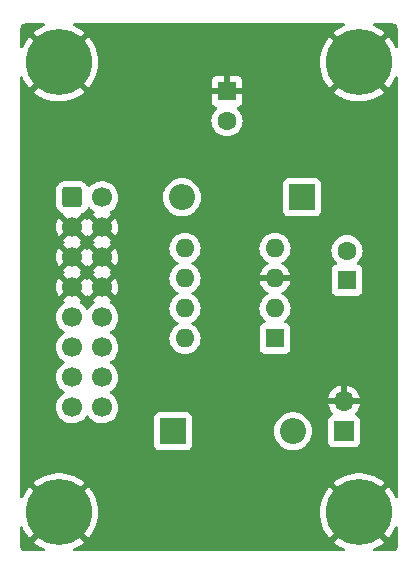
<source format=gbl>
%TF.GenerationSoftware,KiCad,Pcbnew,(6.0.0-0)*%
%TF.CreationDate,2022-06-17T21:09:36+01:00*%
%TF.ProjectId,icl7660-negative-supply-adapter,69636c37-3636-4302-9d6e-656761746976,rev?*%
%TF.SameCoordinates,Original*%
%TF.FileFunction,Copper,L2,Bot*%
%TF.FilePolarity,Positive*%
%FSLAX46Y46*%
G04 Gerber Fmt 4.6, Leading zero omitted, Abs format (unit mm)*
G04 Created by KiCad (PCBNEW (6.0.0-0)) date 2022-06-17 21:09:36*
%MOMM*%
%LPD*%
G01*
G04 APERTURE LIST*
G04 Aperture macros list*
%AMRoundRect*
0 Rectangle with rounded corners*
0 $1 Rounding radius*
0 $2 $3 $4 $5 $6 $7 $8 $9 X,Y pos of 4 corners*
0 Add a 4 corners polygon primitive as box body*
4,1,4,$2,$3,$4,$5,$6,$7,$8,$9,$2,$3,0*
0 Add four circle primitives for the rounded corners*
1,1,$1+$1,$2,$3*
1,1,$1+$1,$4,$5*
1,1,$1+$1,$6,$7*
1,1,$1+$1,$8,$9*
0 Add four rect primitives between the rounded corners*
20,1,$1+$1,$2,$3,$4,$5,0*
20,1,$1+$1,$4,$5,$6,$7,0*
20,1,$1+$1,$6,$7,$8,$9,0*
20,1,$1+$1,$8,$9,$2,$3,0*%
G04 Aperture macros list end*
%TA.AperFunction,ComponentPad*%
%ADD10R,1.600000X1.600000*%
%TD*%
%TA.AperFunction,ComponentPad*%
%ADD11C,1.600000*%
%TD*%
%TA.AperFunction,ComponentPad*%
%ADD12O,1.600000X1.600000*%
%TD*%
%TA.AperFunction,ComponentPad*%
%ADD13RoundRect,0.250000X-0.600000X-0.600000X0.600000X-0.600000X0.600000X0.600000X-0.600000X0.600000X0*%
%TD*%
%TA.AperFunction,ComponentPad*%
%ADD14C,1.700000*%
%TD*%
%TA.AperFunction,ComponentPad*%
%ADD15C,5.600000*%
%TD*%
%TA.AperFunction,ComponentPad*%
%ADD16R,2.200000X2.200000*%
%TD*%
%TA.AperFunction,ComponentPad*%
%ADD17O,2.200000X2.200000*%
%TD*%
%TA.AperFunction,ComponentPad*%
%ADD18R,1.700000X1.700000*%
%TD*%
%TA.AperFunction,ComponentPad*%
%ADD19O,1.700000X1.700000*%
%TD*%
G04 APERTURE END LIST*
D10*
%TO.P,C2,1*%
%TO.N,GND*%
X141986000Y-84495000D03*
D11*
%TO.P,C2,2*%
%TO.N,Net-(C2-Pad2)*%
X141986000Y-86995000D03*
%TD*%
D10*
%TO.P,C1,1*%
%TO.N,Net-(C1-Pad1)*%
X152146000Y-100496380D03*
D11*
%TO.P,C1,2*%
%TO.N,Net-(C1-Pad2)*%
X152146000Y-97996380D03*
%TD*%
D10*
%TO.P,U1,1,NC*%
%TO.N,unconnected-(U1-Pad1)*%
X146050000Y-105410000D03*
D12*
%TO.P,U1,2,CAP+*%
%TO.N,Net-(C1-Pad1)*%
X146050000Y-102870000D03*
%TO.P,U1,3,GND*%
%TO.N,GND*%
X146050000Y-100330000D03*
%TO.P,U1,4,CAP-*%
%TO.N,Net-(C1-Pad2)*%
X146050000Y-97790000D03*
%TO.P,U1,5,VOUT*%
%TO.N,Net-(C2-Pad2)*%
X138430000Y-97790000D03*
%TO.P,U1,6,LV*%
%TO.N,unconnected-(U1-Pad6)*%
X138430000Y-100330000D03*
%TO.P,U1,7,OSC*%
%TO.N,unconnected-(U1-Pad7)*%
X138430000Y-102870000D03*
%TO.P,U1,8,V+*%
%TO.N,+12V*%
X138430000Y-105410000D03*
%TD*%
D13*
%TO.P,J2,1,-12V*%
%TO.N,Net-(C2-Pad2)*%
X128883359Y-93472000D03*
D14*
%TO.P,J2,2,-12V*%
X131423359Y-93472000D03*
%TO.P,J2,3,GND*%
%TO.N,GND*%
X128883359Y-96012000D03*
%TO.P,J2,4,GND*%
X131423359Y-96012000D03*
%TO.P,J2,5,GND*%
X128883359Y-98552000D03*
%TO.P,J2,6,GND*%
X131423359Y-98552000D03*
%TO.P,J2,7,GND*%
X128883359Y-101092000D03*
%TO.P,J2,8,GND*%
X131423359Y-101092000D03*
%TO.P,J2,9,+12V*%
%TO.N,+12V*%
X128883359Y-103632000D03*
%TO.P,J2,10,+12V*%
X131423359Y-103632000D03*
%TO.P,J2,11,+5V*%
%TO.N,Net-(J2-Pad11)*%
X128883359Y-106172000D03*
%TO.P,J2,12,+5V*%
X131423359Y-106172000D03*
%TO.P,J2,13,CV*%
%TO.N,Net-(J2-Pad13)*%
X128883359Y-108712000D03*
%TO.P,J2,14,CV*%
X131423359Y-108712000D03*
%TO.P,J2,15,Gate*%
%TO.N,Net-(J2-Pad15)*%
X128883359Y-111252000D03*
%TO.P,J2,16,Gate*%
X131423359Y-111252000D03*
%TD*%
D15*
%TO.P,H4,1,1*%
%TO.N,GND*%
X153162000Y-82042000D03*
%TD*%
%TO.P,H3,1,1*%
%TO.N,GND*%
X153162000Y-120142000D03*
%TD*%
%TO.P,H2,1,1*%
%TO.N,GND*%
X127762000Y-120142000D03*
%TD*%
%TO.P,H1,1,1*%
%TO.N,GND*%
X127762000Y-82042000D03*
%TD*%
D16*
%TO.P,D2,1,K*%
%TO.N,Net-(C1-Pad2)*%
X148336000Y-93472000D03*
D17*
%TO.P,D2,2,A*%
%TO.N,Net-(C2-Pad2)*%
X138176000Y-93472000D03*
%TD*%
D16*
%TO.P,D1,1,K*%
%TO.N,+12V*%
X137414000Y-113284000D03*
D17*
%TO.P,D1,2,A*%
%TO.N,Net-(D1-Pad2)*%
X147574000Y-113284000D03*
%TD*%
D18*
%TO.P,J1,1,Pin_1*%
%TO.N,Net-(D1-Pad2)*%
X151892000Y-113284000D03*
D19*
%TO.P,J1,2,Pin_2*%
%TO.N,GND*%
X151892000Y-110744000D03*
%TD*%
%TA.AperFunction,Conductor*%
%TO.N,GND*%
G36*
X126517290Y-78760002D02*
G01*
X126563783Y-78813658D01*
X126573887Y-78883932D01*
X126544393Y-78948512D01*
X126501820Y-78980472D01*
X126220034Y-79110079D01*
X126213991Y-79113265D01*
X125912401Y-79293763D01*
X125906755Y-79297571D01*
X125626408Y-79509596D01*
X125621211Y-79513987D01*
X125619972Y-79515155D01*
X125611950Y-79528862D01*
X125611986Y-79529704D01*
X125617037Y-79537826D01*
X127749190Y-81669980D01*
X127763131Y-81677592D01*
X127764966Y-81677461D01*
X127771580Y-81673210D01*
X129904798Y-79539991D01*
X129912412Y-79526047D01*
X129912344Y-79525089D01*
X129907836Y-79518272D01*
X129906418Y-79517065D01*
X129626813Y-79304064D01*
X129621187Y-79300240D01*
X129320214Y-79118681D01*
X129314202Y-79115484D01*
X129022947Y-78980288D01*
X128969581Y-78933463D01*
X128950000Y-78865220D01*
X128970424Y-78797225D01*
X129024366Y-78751065D01*
X129075998Y-78740000D01*
X151849169Y-78740000D01*
X151917290Y-78760002D01*
X151963783Y-78813658D01*
X151973887Y-78883932D01*
X151944393Y-78948512D01*
X151901820Y-78980472D01*
X151620034Y-79110079D01*
X151613991Y-79113265D01*
X151312401Y-79293763D01*
X151306755Y-79297571D01*
X151026408Y-79509596D01*
X151021211Y-79513987D01*
X151019972Y-79515155D01*
X151011950Y-79528862D01*
X151011986Y-79529704D01*
X151017037Y-79537826D01*
X153149190Y-81669980D01*
X153163131Y-81677592D01*
X153164966Y-81677461D01*
X153171580Y-81673210D01*
X155304798Y-79539991D01*
X155312412Y-79526047D01*
X155312344Y-79525089D01*
X155307836Y-79518272D01*
X155306418Y-79517065D01*
X155026813Y-79304064D01*
X155021187Y-79300240D01*
X154720214Y-79118681D01*
X154714202Y-79115484D01*
X154422947Y-78980288D01*
X154369581Y-78933463D01*
X154350000Y-78865220D01*
X154370424Y-78797225D01*
X154424366Y-78751065D01*
X154475998Y-78740000D01*
X155906671Y-78740000D01*
X155926056Y-78741500D01*
X155940857Y-78743805D01*
X155940860Y-78743805D01*
X155949729Y-78745186D01*
X155958631Y-78744022D01*
X155958633Y-78744022D01*
X155958691Y-78744014D01*
X155958730Y-78744009D01*
X155989168Y-78743738D01*
X156054935Y-78751148D01*
X156082443Y-78757427D01*
X156163011Y-78785619D01*
X156188432Y-78797861D01*
X156260713Y-78843278D01*
X156282772Y-78860870D01*
X156343130Y-78921228D01*
X156360722Y-78943287D01*
X156406139Y-79015568D01*
X156418381Y-79040989D01*
X156446573Y-79121557D01*
X156452852Y-79149063D01*
X156459522Y-79208255D01*
X156460305Y-79223902D01*
X156460196Y-79232857D01*
X156458814Y-79241731D01*
X156461614Y-79263143D01*
X156462936Y-79273252D01*
X156464000Y-79289590D01*
X156464000Y-80735466D01*
X156443998Y-80803587D01*
X156390342Y-80850080D01*
X156320068Y-80860184D01*
X156255488Y-80830690D01*
X156220929Y-80782054D01*
X156170598Y-80655578D01*
X156167742Y-80649398D01*
X156003269Y-80338763D01*
X155999769Y-80332937D01*
X155802697Y-80041862D01*
X155798590Y-80036453D01*
X155685565Y-79903179D01*
X155672740Y-79894743D01*
X155662416Y-79900795D01*
X153534020Y-82029190D01*
X153526408Y-82043131D01*
X153526539Y-82044966D01*
X153530790Y-82051580D01*
X155661009Y-84181798D01*
X155674605Y-84189223D01*
X155684218Y-84182522D01*
X155784518Y-84065912D01*
X155788676Y-84060514D01*
X155987762Y-83770840D01*
X155991310Y-83765029D01*
X156157942Y-83455559D01*
X156160849Y-83449381D01*
X156221257Y-83300616D01*
X156265419Y-83245025D01*
X156332624Y-83222135D01*
X156401536Y-83239212D01*
X156450276Y-83290835D01*
X156464000Y-83348020D01*
X156464000Y-118835466D01*
X156443998Y-118903587D01*
X156390342Y-118950080D01*
X156320068Y-118960184D01*
X156255488Y-118930690D01*
X156220929Y-118882054D01*
X156170598Y-118755578D01*
X156167742Y-118749398D01*
X156003269Y-118438763D01*
X155999769Y-118432937D01*
X155802697Y-118141862D01*
X155798590Y-118136453D01*
X155685565Y-118003179D01*
X155672740Y-117994743D01*
X155662416Y-118000795D01*
X153534020Y-120129190D01*
X153526408Y-120143131D01*
X153526539Y-120144966D01*
X153530790Y-120151580D01*
X155661009Y-122281798D01*
X155674605Y-122289223D01*
X155684218Y-122282522D01*
X155784518Y-122165912D01*
X155788676Y-122160514D01*
X155987762Y-121870840D01*
X155991310Y-121865029D01*
X156157942Y-121555559D01*
X156160849Y-121549381D01*
X156221257Y-121400616D01*
X156265419Y-121345025D01*
X156332624Y-121322135D01*
X156401536Y-121339212D01*
X156450276Y-121390835D01*
X156464000Y-121448020D01*
X156464000Y-122886671D01*
X156462500Y-122906055D01*
X156458814Y-122929729D01*
X156459978Y-122938631D01*
X156459978Y-122938633D01*
X156459991Y-122938729D01*
X156460262Y-122969168D01*
X156452852Y-123034935D01*
X156446573Y-123062443D01*
X156418381Y-123143011D01*
X156406139Y-123168432D01*
X156360722Y-123240713D01*
X156343130Y-123262772D01*
X156282772Y-123323130D01*
X156260713Y-123340722D01*
X156188432Y-123386139D01*
X156163011Y-123398381D01*
X156082443Y-123426573D01*
X156054937Y-123432852D01*
X156040768Y-123434449D01*
X155995740Y-123439522D01*
X155980098Y-123440305D01*
X155971143Y-123440196D01*
X155962269Y-123438814D01*
X155930748Y-123442936D01*
X155914410Y-123444000D01*
X154473751Y-123444000D01*
X154405630Y-123423998D01*
X154359137Y-123370342D01*
X154349033Y-123300068D01*
X154378527Y-123235488D01*
X154421500Y-123203345D01*
X154693718Y-123079288D01*
X154699777Y-123076121D01*
X155001995Y-122896676D01*
X155007659Y-122892884D01*
X155288732Y-122681849D01*
X155293958Y-122677464D01*
X155303613Y-122668428D01*
X155311682Y-122654750D01*
X155311654Y-122654024D01*
X155306512Y-122645723D01*
X153174810Y-120514020D01*
X153160869Y-120506408D01*
X153159034Y-120506539D01*
X153152420Y-120510790D01*
X151018774Y-122644437D01*
X151011160Y-122658381D01*
X151011237Y-122659470D01*
X151013698Y-122663206D01*
X151287632Y-122873404D01*
X151293262Y-122877259D01*
X151593591Y-123059862D01*
X151599593Y-123063080D01*
X151900208Y-123203898D01*
X151953411Y-123250908D01*
X151972753Y-123319219D01*
X151952093Y-123387143D01*
X151897990Y-123433115D01*
X151846759Y-123444000D01*
X129073751Y-123444000D01*
X129005630Y-123423998D01*
X128959137Y-123370342D01*
X128949033Y-123300068D01*
X128978527Y-123235488D01*
X129021500Y-123203345D01*
X129293718Y-123079288D01*
X129299777Y-123076121D01*
X129601995Y-122896676D01*
X129607659Y-122892884D01*
X129888732Y-122681849D01*
X129893958Y-122677464D01*
X129903613Y-122668428D01*
X129911682Y-122654750D01*
X129911654Y-122654024D01*
X129906512Y-122645723D01*
X127774810Y-120514020D01*
X127760869Y-120506408D01*
X127759034Y-120506539D01*
X127752420Y-120510790D01*
X125618774Y-122644437D01*
X125611160Y-122658381D01*
X125611237Y-122659470D01*
X125613698Y-122663206D01*
X125887632Y-122873404D01*
X125893262Y-122877259D01*
X126193591Y-123059862D01*
X126199593Y-123063080D01*
X126500208Y-123203898D01*
X126553411Y-123250908D01*
X126572753Y-123319219D01*
X126552093Y-123387143D01*
X126497990Y-123433115D01*
X126446759Y-123444000D01*
X125017329Y-123444000D01*
X124997944Y-123442500D01*
X124983143Y-123440195D01*
X124983140Y-123440195D01*
X124974271Y-123438814D01*
X124965369Y-123439978D01*
X124965367Y-123439978D01*
X124965309Y-123439986D01*
X124965270Y-123439991D01*
X124934832Y-123440262D01*
X124869065Y-123432852D01*
X124841557Y-123426573D01*
X124760989Y-123398381D01*
X124735568Y-123386139D01*
X124663287Y-123340722D01*
X124641228Y-123323130D01*
X124580870Y-123262772D01*
X124563278Y-123240713D01*
X124517861Y-123168432D01*
X124505619Y-123143011D01*
X124477427Y-123062443D01*
X124471148Y-123034937D01*
X124464478Y-122975745D01*
X124463695Y-122960098D01*
X124463804Y-122951143D01*
X124465186Y-122942269D01*
X124461064Y-122910747D01*
X124460000Y-122894410D01*
X124460000Y-121448968D01*
X124480002Y-121380847D01*
X124533658Y-121334354D01*
X124603932Y-121324250D01*
X124668512Y-121353744D01*
X124703233Y-121402789D01*
X124748581Y-121517912D01*
X124751412Y-121524095D01*
X124914803Y-121835310D01*
X124918286Y-121841152D01*
X125114330Y-122132896D01*
X125118433Y-122138340D01*
X125238425Y-122280836D01*
X125251164Y-122289279D01*
X125261608Y-122283181D01*
X127389980Y-120154810D01*
X127396357Y-120143131D01*
X128126408Y-120143131D01*
X128126539Y-120144966D01*
X128130790Y-120151580D01*
X130261009Y-122281798D01*
X130274605Y-122289223D01*
X130284218Y-122282522D01*
X130384518Y-122165912D01*
X130388676Y-122160514D01*
X130587762Y-121870840D01*
X130591310Y-121865029D01*
X130757942Y-121555559D01*
X130760849Y-121549381D01*
X130893090Y-121223713D01*
X130895304Y-121217283D01*
X130991598Y-120879237D01*
X130993105Y-120872607D01*
X131052332Y-120526118D01*
X131053112Y-120519378D01*
X131074668Y-120166925D01*
X131074784Y-120163323D01*
X131074853Y-120143819D01*
X131074761Y-120140194D01*
X131074416Y-120133832D01*
X149849333Y-120133832D01*
X149867117Y-120484893D01*
X149867827Y-120491649D01*
X149923420Y-120838723D01*
X149924859Y-120845378D01*
X150017608Y-121184410D01*
X150019757Y-121190871D01*
X150148581Y-121517912D01*
X150151412Y-121524095D01*
X150314803Y-121835310D01*
X150318286Y-121841152D01*
X150514330Y-122132896D01*
X150518433Y-122138340D01*
X150638425Y-122280836D01*
X150651164Y-122289279D01*
X150661608Y-122283181D01*
X152789980Y-120154810D01*
X152797592Y-120140869D01*
X152797461Y-120139034D01*
X152793210Y-120132420D01*
X150662992Y-118002203D01*
X150649455Y-117994811D01*
X150639753Y-118001599D01*
X150532430Y-118127257D01*
X150528296Y-118132664D01*
X150330215Y-118423041D01*
X150326697Y-118428851D01*
X150161134Y-118738922D01*
X150158259Y-118745087D01*
X150027155Y-119071218D01*
X150024962Y-119077658D01*
X149929846Y-119416044D01*
X149928363Y-119422679D01*
X149870350Y-119769354D01*
X149869591Y-119776126D01*
X149849357Y-120127037D01*
X149849333Y-120133832D01*
X131074416Y-120133832D01*
X131055666Y-119787615D01*
X131054931Y-119780849D01*
X130998130Y-119433985D01*
X130996663Y-119427313D01*
X130902736Y-119088627D01*
X130900562Y-119082163D01*
X130770598Y-118755578D01*
X130767742Y-118749398D01*
X130603269Y-118438763D01*
X130599769Y-118432937D01*
X130402697Y-118141862D01*
X130398590Y-118136453D01*
X130285565Y-118003179D01*
X130272740Y-117994743D01*
X130262416Y-118000795D01*
X128134020Y-120129190D01*
X128126408Y-120143131D01*
X127396357Y-120143131D01*
X127397592Y-120140869D01*
X127397461Y-120139034D01*
X127393210Y-120132420D01*
X125262992Y-118002203D01*
X125249455Y-117994811D01*
X125239753Y-118001599D01*
X125132430Y-118127257D01*
X125128296Y-118132664D01*
X124930215Y-118423041D01*
X124926697Y-118428851D01*
X124761134Y-118738922D01*
X124758256Y-118745093D01*
X124702907Y-118882778D01*
X124658940Y-118938523D01*
X124591816Y-118961648D01*
X124522844Y-118944811D01*
X124473924Y-118893359D01*
X124460000Y-118835782D01*
X124460000Y-117628862D01*
X125611950Y-117628862D01*
X125611986Y-117629704D01*
X125617037Y-117637826D01*
X127749190Y-119769980D01*
X127763131Y-119777592D01*
X127764966Y-119777461D01*
X127771580Y-119773210D01*
X129904798Y-117639991D01*
X129910875Y-117628862D01*
X151011950Y-117628862D01*
X151011986Y-117629704D01*
X151017037Y-117637826D01*
X153149190Y-119769980D01*
X153163131Y-119777592D01*
X153164966Y-119777461D01*
X153171580Y-119773210D01*
X155304798Y-117639991D01*
X155312412Y-117626047D01*
X155312344Y-117625089D01*
X155307836Y-117618272D01*
X155306418Y-117617065D01*
X155026813Y-117404064D01*
X155021187Y-117400240D01*
X154720214Y-117218681D01*
X154714202Y-117215484D01*
X154395370Y-117067487D01*
X154389070Y-117064967D01*
X154056129Y-116952273D01*
X154049551Y-116950437D01*
X153706417Y-116874367D01*
X153699678Y-116873251D01*
X153350310Y-116834680D01*
X153343529Y-116834301D01*
X152992015Y-116833687D01*
X152985242Y-116834042D01*
X152635720Y-116871395D01*
X152629010Y-116872482D01*
X152285586Y-116947361D01*
X152279011Y-116949172D01*
X151945683Y-117060702D01*
X151939361Y-117063205D01*
X151620034Y-117210079D01*
X151613991Y-117213265D01*
X151312401Y-117393763D01*
X151306755Y-117397571D01*
X151026408Y-117609596D01*
X151021211Y-117613987D01*
X151019972Y-117615155D01*
X151011950Y-117628862D01*
X129910875Y-117628862D01*
X129912412Y-117626047D01*
X129912344Y-117625089D01*
X129907836Y-117618272D01*
X129906418Y-117617065D01*
X129626813Y-117404064D01*
X129621187Y-117400240D01*
X129320214Y-117218681D01*
X129314202Y-117215484D01*
X128995370Y-117067487D01*
X128989070Y-117064967D01*
X128656129Y-116952273D01*
X128649551Y-116950437D01*
X128306417Y-116874367D01*
X128299678Y-116873251D01*
X127950310Y-116834680D01*
X127943529Y-116834301D01*
X127592015Y-116833687D01*
X127585242Y-116834042D01*
X127235720Y-116871395D01*
X127229010Y-116872482D01*
X126885586Y-116947361D01*
X126879011Y-116949172D01*
X126545683Y-117060702D01*
X126539361Y-117063205D01*
X126220034Y-117210079D01*
X126213991Y-117213265D01*
X125912401Y-117393763D01*
X125906755Y-117397571D01*
X125626408Y-117609596D01*
X125621211Y-117613987D01*
X125619972Y-117615155D01*
X125611950Y-117628862D01*
X124460000Y-117628862D01*
X124460000Y-114432134D01*
X135805500Y-114432134D01*
X135812255Y-114494316D01*
X135863385Y-114630705D01*
X135950739Y-114747261D01*
X136067295Y-114834615D01*
X136203684Y-114885745D01*
X136265866Y-114892500D01*
X138562134Y-114892500D01*
X138624316Y-114885745D01*
X138760705Y-114834615D01*
X138877261Y-114747261D01*
X138964615Y-114630705D01*
X139015745Y-114494316D01*
X139022500Y-114432134D01*
X139022500Y-113284000D01*
X145960526Y-113284000D01*
X145980391Y-113536403D01*
X146039495Y-113782591D01*
X146136384Y-114016502D01*
X146268672Y-114232376D01*
X146433102Y-114424898D01*
X146625624Y-114589328D01*
X146841498Y-114721616D01*
X146846068Y-114723509D01*
X146846072Y-114723511D01*
X146916401Y-114752642D01*
X147075409Y-114818505D01*
X147142513Y-114834615D01*
X147316784Y-114876454D01*
X147316790Y-114876455D01*
X147321597Y-114877609D01*
X147574000Y-114897474D01*
X147826403Y-114877609D01*
X147831210Y-114876455D01*
X147831216Y-114876454D01*
X148005487Y-114834615D01*
X148072591Y-114818505D01*
X148231599Y-114752642D01*
X148301928Y-114723511D01*
X148301932Y-114723509D01*
X148306502Y-114721616D01*
X148522376Y-114589328D01*
X148714898Y-114424898D01*
X148879328Y-114232376D01*
X148910116Y-114182134D01*
X150533500Y-114182134D01*
X150540255Y-114244316D01*
X150591385Y-114380705D01*
X150678739Y-114497261D01*
X150795295Y-114584615D01*
X150931684Y-114635745D01*
X150993866Y-114642500D01*
X152790134Y-114642500D01*
X152852316Y-114635745D01*
X152988705Y-114584615D01*
X153105261Y-114497261D01*
X153192615Y-114380705D01*
X153243745Y-114244316D01*
X153250500Y-114182134D01*
X153250500Y-112385866D01*
X153243745Y-112323684D01*
X153192615Y-112187295D01*
X153105261Y-112070739D01*
X152988705Y-111983385D01*
X152898152Y-111949438D01*
X152869687Y-111938767D01*
X152812923Y-111896125D01*
X152788223Y-111829564D01*
X152803430Y-111760215D01*
X152824977Y-111731535D01*
X152926052Y-111630812D01*
X152932730Y-111622965D01*
X153057003Y-111450020D01*
X153062313Y-111441183D01*
X153156670Y-111250267D01*
X153160469Y-111240672D01*
X153222377Y-111036910D01*
X153224555Y-111026837D01*
X153225986Y-111015962D01*
X153223775Y-111001778D01*
X153210617Y-110998000D01*
X150575225Y-110998000D01*
X150561694Y-111001973D01*
X150560257Y-111011966D01*
X150590565Y-111146446D01*
X150593645Y-111156275D01*
X150673770Y-111353603D01*
X150678413Y-111362794D01*
X150789694Y-111544388D01*
X150795777Y-111552699D01*
X150935213Y-111713667D01*
X150942577Y-111720879D01*
X150947522Y-111724985D01*
X150987156Y-111783889D01*
X150988653Y-111854870D01*
X150951537Y-111915392D01*
X150911264Y-111939910D01*
X150803705Y-111980232D01*
X150803704Y-111980233D01*
X150795295Y-111983385D01*
X150678739Y-112070739D01*
X150591385Y-112187295D01*
X150540255Y-112323684D01*
X150533500Y-112385866D01*
X150533500Y-114182134D01*
X148910116Y-114182134D01*
X149011616Y-114016502D01*
X149108505Y-113782591D01*
X149167609Y-113536403D01*
X149187474Y-113284000D01*
X149167609Y-113031597D01*
X149108505Y-112785409D01*
X149034012Y-112605567D01*
X149013511Y-112556072D01*
X149013509Y-112556068D01*
X149011616Y-112551498D01*
X148879328Y-112335624D01*
X148714898Y-112143102D01*
X148522376Y-111978672D01*
X148306502Y-111846384D01*
X148301932Y-111844491D01*
X148301928Y-111844489D01*
X148077164Y-111751389D01*
X148077162Y-111751388D01*
X148072591Y-111749495D01*
X147953396Y-111720879D01*
X147831216Y-111691546D01*
X147831210Y-111691545D01*
X147826403Y-111690391D01*
X147574000Y-111670526D01*
X147321597Y-111690391D01*
X147316790Y-111691545D01*
X147316784Y-111691546D01*
X147194604Y-111720879D01*
X147075409Y-111749495D01*
X147070838Y-111751388D01*
X147070836Y-111751389D01*
X146846072Y-111844489D01*
X146846068Y-111844491D01*
X146841498Y-111846384D01*
X146625624Y-111978672D01*
X146433102Y-112143102D01*
X146268672Y-112335624D01*
X146136384Y-112551498D01*
X146134491Y-112556068D01*
X146134489Y-112556072D01*
X146113988Y-112605567D01*
X146039495Y-112785409D01*
X145980391Y-113031597D01*
X145960526Y-113284000D01*
X139022500Y-113284000D01*
X139022500Y-112135866D01*
X139015745Y-112073684D01*
X138964615Y-111937295D01*
X138877261Y-111820739D01*
X138760705Y-111733385D01*
X138624316Y-111682255D01*
X138562134Y-111675500D01*
X136265866Y-111675500D01*
X136203684Y-111682255D01*
X136067295Y-111733385D01*
X135950739Y-111820739D01*
X135863385Y-111937295D01*
X135812255Y-112073684D01*
X135805500Y-112135866D01*
X135805500Y-114432134D01*
X124460000Y-114432134D01*
X124460000Y-111218695D01*
X127520610Y-111218695D01*
X127520907Y-111223848D01*
X127520907Y-111223851D01*
X127533171Y-111436547D01*
X127533469Y-111441715D01*
X127534606Y-111446761D01*
X127534607Y-111446767D01*
X127554478Y-111534939D01*
X127582581Y-111659639D01*
X127666625Y-111866616D01*
X127715089Y-111945703D01*
X127780650Y-112052688D01*
X127783346Y-112057088D01*
X127929609Y-112225938D01*
X128101485Y-112368632D01*
X128294359Y-112481338D01*
X128503051Y-112561030D01*
X128508119Y-112562061D01*
X128508122Y-112562062D01*
X128615376Y-112583883D01*
X128721956Y-112605567D01*
X128727131Y-112605757D01*
X128727133Y-112605757D01*
X128940032Y-112613564D01*
X128940036Y-112613564D01*
X128945196Y-112613753D01*
X128950316Y-112613097D01*
X128950318Y-112613097D01*
X129161647Y-112586025D01*
X129161648Y-112586025D01*
X129166775Y-112585368D01*
X129171725Y-112583883D01*
X129375788Y-112522661D01*
X129375793Y-112522659D01*
X129380743Y-112521174D01*
X129581353Y-112422896D01*
X129763219Y-112293173D01*
X129921455Y-112135489D01*
X129980953Y-112052689D01*
X130051812Y-111954077D01*
X130053135Y-111955028D01*
X130100004Y-111911857D01*
X130169939Y-111899625D01*
X130235385Y-111927144D01*
X130263234Y-111958994D01*
X130275293Y-111978672D01*
X130323346Y-112057088D01*
X130469609Y-112225938D01*
X130641485Y-112368632D01*
X130834359Y-112481338D01*
X131043051Y-112561030D01*
X131048119Y-112562061D01*
X131048122Y-112562062D01*
X131155376Y-112583883D01*
X131261956Y-112605567D01*
X131267131Y-112605757D01*
X131267133Y-112605757D01*
X131480032Y-112613564D01*
X131480036Y-112613564D01*
X131485196Y-112613753D01*
X131490316Y-112613097D01*
X131490318Y-112613097D01*
X131701647Y-112586025D01*
X131701648Y-112586025D01*
X131706775Y-112585368D01*
X131711725Y-112583883D01*
X131915788Y-112522661D01*
X131915793Y-112522659D01*
X131920743Y-112521174D01*
X132121353Y-112422896D01*
X132303219Y-112293173D01*
X132461455Y-112135489D01*
X132520953Y-112052689D01*
X132588794Y-111958277D01*
X132591812Y-111954077D01*
X132612679Y-111911857D01*
X132688495Y-111758453D01*
X132688496Y-111758451D01*
X132690789Y-111753811D01*
X132755729Y-111540069D01*
X132784888Y-111318590D01*
X132786515Y-111252000D01*
X132768211Y-111029361D01*
X132713790Y-110812702D01*
X132624713Y-110607840D01*
X132540834Y-110478183D01*
X150556389Y-110478183D01*
X150557912Y-110486607D01*
X150570292Y-110490000D01*
X151619885Y-110490000D01*
X151635124Y-110485525D01*
X151636329Y-110484135D01*
X151638000Y-110476452D01*
X151638000Y-110471885D01*
X152146000Y-110471885D01*
X152150475Y-110487124D01*
X152151865Y-110488329D01*
X152159548Y-110490000D01*
X153210344Y-110490000D01*
X153223875Y-110486027D01*
X153225180Y-110476947D01*
X153183214Y-110309875D01*
X153179894Y-110300124D01*
X153094972Y-110104814D01*
X153090105Y-110095739D01*
X152974426Y-109916926D01*
X152968136Y-109908757D01*
X152824806Y-109751240D01*
X152817273Y-109744215D01*
X152650139Y-109612222D01*
X152641552Y-109606517D01*
X152455117Y-109503599D01*
X152445705Y-109499369D01*
X152244959Y-109428280D01*
X152234988Y-109425646D01*
X152163837Y-109412972D01*
X152150540Y-109414432D01*
X152146000Y-109428989D01*
X152146000Y-110471885D01*
X151638000Y-110471885D01*
X151638000Y-109427102D01*
X151634082Y-109413758D01*
X151619806Y-109411771D01*
X151581324Y-109417660D01*
X151571288Y-109420051D01*
X151368868Y-109486212D01*
X151359359Y-109490209D01*
X151170463Y-109588542D01*
X151161738Y-109594036D01*
X150991433Y-109721905D01*
X150983726Y-109728748D01*
X150836590Y-109882717D01*
X150830104Y-109890727D01*
X150710098Y-110066649D01*
X150705000Y-110075623D01*
X150615338Y-110268783D01*
X150611775Y-110278470D01*
X150556389Y-110478183D01*
X132540834Y-110478183D01*
X132506181Y-110424617D01*
X132506179Y-110424614D01*
X132503373Y-110420277D01*
X132353029Y-110255051D01*
X132348978Y-110251852D01*
X132348974Y-110251848D01*
X132181773Y-110119800D01*
X132181769Y-110119798D01*
X132177718Y-110116598D01*
X132136412Y-110093796D01*
X132086443Y-110043364D01*
X132071671Y-109973921D01*
X132096787Y-109907516D01*
X132124139Y-109880909D01*
X132167962Y-109849650D01*
X132303219Y-109753173D01*
X132312209Y-109744215D01*
X132457794Y-109599137D01*
X132461455Y-109595489D01*
X132520953Y-109512689D01*
X132588794Y-109418277D01*
X132591812Y-109414077D01*
X132612679Y-109371857D01*
X132688495Y-109218453D01*
X132688496Y-109218451D01*
X132690789Y-109213811D01*
X132755729Y-109000069D01*
X132784888Y-108778590D01*
X132786515Y-108712000D01*
X132768211Y-108489361D01*
X132713790Y-108272702D01*
X132624713Y-108067840D01*
X132503373Y-107880277D01*
X132353029Y-107715051D01*
X132348978Y-107711852D01*
X132348974Y-107711848D01*
X132181773Y-107579800D01*
X132181769Y-107579798D01*
X132177718Y-107576598D01*
X132136412Y-107553796D01*
X132086443Y-107503364D01*
X132071671Y-107433921D01*
X132096787Y-107367516D01*
X132124139Y-107340909D01*
X132167962Y-107309650D01*
X132303219Y-107213173D01*
X132461455Y-107055489D01*
X132520953Y-106972689D01*
X132588794Y-106878277D01*
X132591812Y-106874077D01*
X132612679Y-106831857D01*
X132688495Y-106678453D01*
X132688496Y-106678451D01*
X132690789Y-106673811D01*
X132755729Y-106460069D01*
X132784888Y-106238590D01*
X132786515Y-106172000D01*
X132768211Y-105949361D01*
X132713790Y-105732702D01*
X132624713Y-105527840D01*
X132548479Y-105410000D01*
X137116502Y-105410000D01*
X137136457Y-105638087D01*
X137195716Y-105859243D01*
X137198039Y-105864224D01*
X137198039Y-105864225D01*
X137290151Y-106061762D01*
X137290154Y-106061767D01*
X137292477Y-106066749D01*
X137295634Y-106071257D01*
X137412802Y-106238590D01*
X137423802Y-106254300D01*
X137585700Y-106416198D01*
X137590208Y-106419355D01*
X137590211Y-106419357D01*
X137631542Y-106448297D01*
X137773251Y-106547523D01*
X137778233Y-106549846D01*
X137778238Y-106549849D01*
X137975775Y-106641961D01*
X137980757Y-106644284D01*
X137986065Y-106645706D01*
X137986067Y-106645707D01*
X138196598Y-106702119D01*
X138196600Y-106702119D01*
X138201913Y-106703543D01*
X138430000Y-106723498D01*
X138658087Y-106703543D01*
X138663400Y-106702119D01*
X138663402Y-106702119D01*
X138873933Y-106645707D01*
X138873935Y-106645706D01*
X138879243Y-106644284D01*
X138884225Y-106641961D01*
X139081762Y-106549849D01*
X139081767Y-106549846D01*
X139086749Y-106547523D01*
X139228458Y-106448297D01*
X139269789Y-106419357D01*
X139269792Y-106419355D01*
X139274300Y-106416198D01*
X139436198Y-106254300D01*
X139447199Y-106238590D01*
X139564366Y-106071257D01*
X139567523Y-106066749D01*
X139569846Y-106061767D01*
X139569849Y-106061762D01*
X139661961Y-105864225D01*
X139661961Y-105864224D01*
X139664284Y-105859243D01*
X139723543Y-105638087D01*
X139743498Y-105410000D01*
X139723543Y-105181913D01*
X139684606Y-105036598D01*
X139665707Y-104966067D01*
X139665706Y-104966065D01*
X139664284Y-104960757D01*
X139641967Y-104912897D01*
X139569849Y-104758238D01*
X139569846Y-104758233D01*
X139567523Y-104753251D01*
X139464373Y-104605938D01*
X139439357Y-104570211D01*
X139439355Y-104570208D01*
X139436198Y-104565700D01*
X139274300Y-104403802D01*
X139269792Y-104400645D01*
X139269789Y-104400643D01*
X139174723Y-104334077D01*
X139086749Y-104272477D01*
X139081767Y-104270154D01*
X139081762Y-104270151D01*
X139047543Y-104254195D01*
X138994258Y-104207278D01*
X138974797Y-104139001D01*
X138995339Y-104071041D01*
X139047543Y-104025805D01*
X139081762Y-104009849D01*
X139081767Y-104009846D01*
X139086749Y-104007523D01*
X139255289Y-103889510D01*
X139269789Y-103879357D01*
X139269792Y-103879355D01*
X139274300Y-103876198D01*
X139436198Y-103714300D01*
X139447199Y-103698590D01*
X139564366Y-103531257D01*
X139567523Y-103526749D01*
X139569846Y-103521767D01*
X139569849Y-103521762D01*
X139661961Y-103324225D01*
X139661961Y-103324224D01*
X139664284Y-103319243D01*
X139723543Y-103098087D01*
X139743498Y-102870000D01*
X144736502Y-102870000D01*
X144756457Y-103098087D01*
X144815716Y-103319243D01*
X144818039Y-103324224D01*
X144818039Y-103324225D01*
X144910151Y-103521762D01*
X144910154Y-103521767D01*
X144912477Y-103526749D01*
X144915634Y-103531257D01*
X145032802Y-103698590D01*
X145043802Y-103714300D01*
X145205700Y-103876198D01*
X145210211Y-103879357D01*
X145214424Y-103882892D01*
X145213473Y-103884026D01*
X145253471Y-103934071D01*
X145260776Y-104004690D01*
X145228742Y-104068049D01*
X145167538Y-104104030D01*
X145150483Y-104107082D01*
X145139684Y-104108255D01*
X145003295Y-104159385D01*
X144886739Y-104246739D01*
X144799385Y-104363295D01*
X144748255Y-104499684D01*
X144741500Y-104561866D01*
X144741500Y-106258134D01*
X144748255Y-106320316D01*
X144799385Y-106456705D01*
X144886739Y-106573261D01*
X145003295Y-106660615D01*
X145139684Y-106711745D01*
X145201866Y-106718500D01*
X146898134Y-106718500D01*
X146960316Y-106711745D01*
X147096705Y-106660615D01*
X147213261Y-106573261D01*
X147300615Y-106456705D01*
X147351745Y-106320316D01*
X147358500Y-106258134D01*
X147358500Y-104561866D01*
X147351745Y-104499684D01*
X147300615Y-104363295D01*
X147213261Y-104246739D01*
X147096705Y-104159385D01*
X146960316Y-104108255D01*
X146949526Y-104107083D01*
X146947394Y-104106197D01*
X146944778Y-104105575D01*
X146944879Y-104105152D01*
X146883965Y-104079845D01*
X146843537Y-104021483D01*
X146841078Y-103950529D01*
X146877371Y-103889510D01*
X146886031Y-103882511D01*
X146889793Y-103879354D01*
X146894300Y-103876198D01*
X147056198Y-103714300D01*
X147067199Y-103698590D01*
X147184366Y-103531257D01*
X147187523Y-103526749D01*
X147189846Y-103521767D01*
X147189849Y-103521762D01*
X147281961Y-103324225D01*
X147281961Y-103324224D01*
X147284284Y-103319243D01*
X147343543Y-103098087D01*
X147363498Y-102870000D01*
X147343543Y-102641913D01*
X147297949Y-102471754D01*
X147285707Y-102426067D01*
X147285706Y-102426065D01*
X147284284Y-102420757D01*
X147263114Y-102375357D01*
X147189849Y-102218238D01*
X147189846Y-102218233D01*
X147187523Y-102213251D01*
X147056198Y-102025700D01*
X146894300Y-101863802D01*
X146889792Y-101860645D01*
X146889789Y-101860643D01*
X146754897Y-101766191D01*
X146706749Y-101732477D01*
X146701767Y-101730154D01*
X146701762Y-101730151D01*
X146666951Y-101713919D01*
X146613666Y-101667002D01*
X146594205Y-101598725D01*
X146614747Y-101530765D01*
X146666951Y-101485529D01*
X146701511Y-101469414D01*
X146711007Y-101463931D01*
X146889467Y-101338972D01*
X146897875Y-101331916D01*
X147051916Y-101177875D01*
X147058972Y-101169467D01*
X147183931Y-100991007D01*
X147189414Y-100981511D01*
X147281490Y-100784053D01*
X147285236Y-100773761D01*
X147331394Y-100601497D01*
X147331058Y-100587401D01*
X147323116Y-100584000D01*
X144782033Y-100584000D01*
X144768502Y-100587973D01*
X144767273Y-100596522D01*
X144814764Y-100773761D01*
X144818510Y-100784053D01*
X144910586Y-100981511D01*
X144916069Y-100991007D01*
X145041028Y-101169467D01*
X145048084Y-101177875D01*
X145202125Y-101331916D01*
X145210533Y-101338972D01*
X145388993Y-101463931D01*
X145398489Y-101469414D01*
X145433049Y-101485529D01*
X145486334Y-101532446D01*
X145505795Y-101600723D01*
X145485253Y-101668683D01*
X145433049Y-101713919D01*
X145398238Y-101730151D01*
X145398233Y-101730154D01*
X145393251Y-101732477D01*
X145345103Y-101766191D01*
X145210211Y-101860643D01*
X145210208Y-101860645D01*
X145205700Y-101863802D01*
X145043802Y-102025700D01*
X144912477Y-102213251D01*
X144910154Y-102218233D01*
X144910151Y-102218238D01*
X144836886Y-102375357D01*
X144815716Y-102420757D01*
X144814294Y-102426065D01*
X144814293Y-102426067D01*
X144802051Y-102471754D01*
X144756457Y-102641913D01*
X144736502Y-102870000D01*
X139743498Y-102870000D01*
X139723543Y-102641913D01*
X139677949Y-102471754D01*
X139665707Y-102426067D01*
X139665706Y-102426065D01*
X139664284Y-102420757D01*
X139643114Y-102375357D01*
X139569849Y-102218238D01*
X139569846Y-102218233D01*
X139567523Y-102213251D01*
X139436198Y-102025700D01*
X139274300Y-101863802D01*
X139269792Y-101860645D01*
X139269789Y-101860643D01*
X139134897Y-101766191D01*
X139086749Y-101732477D01*
X139081767Y-101730154D01*
X139081762Y-101730151D01*
X139047543Y-101714195D01*
X138994258Y-101667278D01*
X138974797Y-101599001D01*
X138995339Y-101531041D01*
X139047543Y-101485805D01*
X139081762Y-101469849D01*
X139081767Y-101469846D01*
X139086749Y-101467523D01*
X139219122Y-101374834D01*
X139269789Y-101339357D01*
X139269792Y-101339355D01*
X139274300Y-101336198D01*
X139436198Y-101174300D01*
X139567523Y-100986749D01*
X139569846Y-100981767D01*
X139569849Y-100981762D01*
X139661961Y-100784225D01*
X139661961Y-100784224D01*
X139664284Y-100779243D01*
X139699418Y-100648124D01*
X139722119Y-100563402D01*
X139722119Y-100563400D01*
X139723543Y-100558087D01*
X139743498Y-100330000D01*
X139723543Y-100101913D01*
X139711911Y-100058503D01*
X139665707Y-99886067D01*
X139665706Y-99886065D01*
X139664284Y-99880757D01*
X139661961Y-99875775D01*
X139569849Y-99678238D01*
X139569846Y-99678233D01*
X139567523Y-99673251D01*
X139436198Y-99485700D01*
X139274300Y-99323802D01*
X139269792Y-99320645D01*
X139269789Y-99320643D01*
X139134897Y-99226191D01*
X139086749Y-99192477D01*
X139081767Y-99190154D01*
X139081762Y-99190151D01*
X139047543Y-99174195D01*
X138994258Y-99127278D01*
X138974797Y-99059001D01*
X138995339Y-98991041D01*
X139047543Y-98945805D01*
X139081762Y-98929849D01*
X139081767Y-98929846D01*
X139086749Y-98927523D01*
X139219122Y-98834834D01*
X139269789Y-98799357D01*
X139269792Y-98799355D01*
X139274300Y-98796198D01*
X139436198Y-98634300D01*
X139567523Y-98446749D01*
X139569846Y-98441767D01*
X139569849Y-98441762D01*
X139661961Y-98244225D01*
X139661961Y-98244224D01*
X139664284Y-98239243D01*
X139699418Y-98108124D01*
X139722119Y-98023402D01*
X139722119Y-98023400D01*
X139723543Y-98018087D01*
X139743498Y-97790000D01*
X144736502Y-97790000D01*
X144756457Y-98018087D01*
X144757881Y-98023400D01*
X144757881Y-98023402D01*
X144780583Y-98108124D01*
X144815716Y-98239243D01*
X144818039Y-98244224D01*
X144818039Y-98244225D01*
X144910151Y-98441762D01*
X144910154Y-98441767D01*
X144912477Y-98446749D01*
X145043802Y-98634300D01*
X145205700Y-98796198D01*
X145210208Y-98799355D01*
X145210211Y-98799357D01*
X145260878Y-98834834D01*
X145393251Y-98927523D01*
X145398233Y-98929846D01*
X145398238Y-98929849D01*
X145433049Y-98946081D01*
X145486334Y-98992998D01*
X145505795Y-99061275D01*
X145485253Y-99129235D01*
X145433049Y-99174471D01*
X145398489Y-99190586D01*
X145388993Y-99196069D01*
X145210533Y-99321028D01*
X145202125Y-99328084D01*
X145048084Y-99482125D01*
X145041028Y-99490533D01*
X144916069Y-99668993D01*
X144910586Y-99678489D01*
X144818510Y-99875947D01*
X144814764Y-99886239D01*
X144768606Y-100058503D01*
X144768942Y-100072599D01*
X144776884Y-100076000D01*
X147317967Y-100076000D01*
X147331498Y-100072027D01*
X147332727Y-100063478D01*
X147285236Y-99886239D01*
X147281490Y-99875947D01*
X147189414Y-99678489D01*
X147183931Y-99668993D01*
X147058972Y-99490533D01*
X147051916Y-99482125D01*
X146897875Y-99328084D01*
X146889467Y-99321028D01*
X146711007Y-99196069D01*
X146701511Y-99190586D01*
X146666951Y-99174471D01*
X146613666Y-99127554D01*
X146594205Y-99059277D01*
X146614747Y-98991317D01*
X146666951Y-98946081D01*
X146701762Y-98929849D01*
X146701767Y-98929846D01*
X146706749Y-98927523D01*
X146839122Y-98834834D01*
X146889789Y-98799357D01*
X146889792Y-98799355D01*
X146894300Y-98796198D01*
X147056198Y-98634300D01*
X147187523Y-98446749D01*
X147189846Y-98441767D01*
X147189849Y-98441762D01*
X147281961Y-98244225D01*
X147281961Y-98244224D01*
X147284284Y-98239243D01*
X147319418Y-98108124D01*
X147342119Y-98023402D01*
X147342119Y-98023400D01*
X147343543Y-98018087D01*
X147345442Y-97996380D01*
X150832502Y-97996380D01*
X150852457Y-98224467D01*
X150853881Y-98229780D01*
X150853881Y-98229782D01*
X150879241Y-98324424D01*
X150911716Y-98445623D01*
X150914039Y-98450604D01*
X150914039Y-98450605D01*
X151006151Y-98648142D01*
X151006154Y-98648147D01*
X151008477Y-98653129D01*
X151011634Y-98657637D01*
X151135709Y-98834834D01*
X151139802Y-98840680D01*
X151285502Y-98986380D01*
X151319528Y-99048692D01*
X151314463Y-99119507D01*
X151271916Y-99176343D01*
X151235263Y-99193512D01*
X151235684Y-99194635D01*
X151099295Y-99245765D01*
X150982739Y-99333119D01*
X150895385Y-99449675D01*
X150844255Y-99586064D01*
X150837500Y-99648246D01*
X150837500Y-101344514D01*
X150844255Y-101406696D01*
X150895385Y-101543085D01*
X150982739Y-101659641D01*
X151099295Y-101746995D01*
X151235684Y-101798125D01*
X151297866Y-101804880D01*
X152994134Y-101804880D01*
X153056316Y-101798125D01*
X153192705Y-101746995D01*
X153309261Y-101659641D01*
X153396615Y-101543085D01*
X153447745Y-101406696D01*
X153454500Y-101344514D01*
X153454500Y-99648246D01*
X153447745Y-99586064D01*
X153396615Y-99449675D01*
X153309261Y-99333119D01*
X153192705Y-99245765D01*
X153056316Y-99194635D01*
X153057046Y-99192689D01*
X153004795Y-99162835D01*
X152971979Y-99099877D01*
X152978409Y-99029173D01*
X153006498Y-98986380D01*
X153152198Y-98840680D01*
X153156292Y-98834834D01*
X153280366Y-98657637D01*
X153283523Y-98653129D01*
X153285846Y-98648147D01*
X153285849Y-98648142D01*
X153377961Y-98450605D01*
X153377961Y-98450604D01*
X153380284Y-98445623D01*
X153412760Y-98324424D01*
X153438119Y-98229782D01*
X153438119Y-98229780D01*
X153439543Y-98224467D01*
X153459498Y-97996380D01*
X153439543Y-97768293D01*
X153380284Y-97547137D01*
X153330679Y-97440758D01*
X153285849Y-97344618D01*
X153285846Y-97344613D01*
X153283523Y-97339631D01*
X153152198Y-97152080D01*
X152990300Y-96990182D01*
X152985792Y-96987025D01*
X152985789Y-96987023D01*
X152907611Y-96932282D01*
X152802749Y-96858857D01*
X152797767Y-96856534D01*
X152797762Y-96856531D01*
X152600225Y-96764419D01*
X152600224Y-96764419D01*
X152595243Y-96762096D01*
X152589935Y-96760674D01*
X152589933Y-96760673D01*
X152379402Y-96704261D01*
X152379400Y-96704261D01*
X152374087Y-96702837D01*
X152146000Y-96682882D01*
X151917913Y-96702837D01*
X151912600Y-96704261D01*
X151912598Y-96704261D01*
X151702067Y-96760673D01*
X151702065Y-96760674D01*
X151696757Y-96762096D01*
X151691776Y-96764419D01*
X151691775Y-96764419D01*
X151494238Y-96856531D01*
X151494233Y-96856534D01*
X151489251Y-96858857D01*
X151384389Y-96932282D01*
X151306211Y-96987023D01*
X151306208Y-96987025D01*
X151301700Y-96990182D01*
X151139802Y-97152080D01*
X151008477Y-97339631D01*
X151006154Y-97344613D01*
X151006151Y-97344618D01*
X150961321Y-97440758D01*
X150911716Y-97547137D01*
X150852457Y-97768293D01*
X150832502Y-97996380D01*
X147345442Y-97996380D01*
X147363498Y-97790000D01*
X147343543Y-97561913D01*
X147338249Y-97542155D01*
X147285707Y-97346067D01*
X147285706Y-97346065D01*
X147284284Y-97340757D01*
X147281657Y-97335123D01*
X147189849Y-97138238D01*
X147189846Y-97138233D01*
X147187523Y-97133251D01*
X147114098Y-97028389D01*
X147059357Y-96950211D01*
X147059355Y-96950208D01*
X147056198Y-96945700D01*
X146894300Y-96783802D01*
X146889792Y-96780645D01*
X146889789Y-96780643D01*
X146754897Y-96686191D01*
X146706749Y-96652477D01*
X146701767Y-96650154D01*
X146701762Y-96650151D01*
X146504225Y-96558039D01*
X146504224Y-96558039D01*
X146499243Y-96555716D01*
X146493935Y-96554294D01*
X146493933Y-96554293D01*
X146283402Y-96497881D01*
X146283400Y-96497881D01*
X146278087Y-96496457D01*
X146050000Y-96476502D01*
X145821913Y-96496457D01*
X145816600Y-96497881D01*
X145816598Y-96497881D01*
X145606067Y-96554293D01*
X145606065Y-96554294D01*
X145600757Y-96555716D01*
X145595776Y-96558039D01*
X145595775Y-96558039D01*
X145398238Y-96650151D01*
X145398233Y-96650154D01*
X145393251Y-96652477D01*
X145345103Y-96686191D01*
X145210211Y-96780643D01*
X145210208Y-96780645D01*
X145205700Y-96783802D01*
X145043802Y-96945700D01*
X145040645Y-96950208D01*
X145040643Y-96950211D01*
X144985902Y-97028389D01*
X144912477Y-97133251D01*
X144910154Y-97138233D01*
X144910151Y-97138238D01*
X144818343Y-97335123D01*
X144815716Y-97340757D01*
X144814294Y-97346065D01*
X144814293Y-97346067D01*
X144761751Y-97542155D01*
X144756457Y-97561913D01*
X144736502Y-97790000D01*
X139743498Y-97790000D01*
X139723543Y-97561913D01*
X139718249Y-97542155D01*
X139665707Y-97346067D01*
X139665706Y-97346065D01*
X139664284Y-97340757D01*
X139661657Y-97335123D01*
X139569849Y-97138238D01*
X139569846Y-97138233D01*
X139567523Y-97133251D01*
X139494098Y-97028389D01*
X139439357Y-96950211D01*
X139439355Y-96950208D01*
X139436198Y-96945700D01*
X139274300Y-96783802D01*
X139269792Y-96780645D01*
X139269789Y-96780643D01*
X139134897Y-96686191D01*
X139086749Y-96652477D01*
X139081767Y-96650154D01*
X139081762Y-96650151D01*
X138884225Y-96558039D01*
X138884224Y-96558039D01*
X138879243Y-96555716D01*
X138873935Y-96554294D01*
X138873933Y-96554293D01*
X138663402Y-96497881D01*
X138663400Y-96497881D01*
X138658087Y-96496457D01*
X138430000Y-96476502D01*
X138201913Y-96496457D01*
X138196600Y-96497881D01*
X138196598Y-96497881D01*
X137986067Y-96554293D01*
X137986065Y-96554294D01*
X137980757Y-96555716D01*
X137975776Y-96558039D01*
X137975775Y-96558039D01*
X137778238Y-96650151D01*
X137778233Y-96650154D01*
X137773251Y-96652477D01*
X137725103Y-96686191D01*
X137590211Y-96780643D01*
X137590208Y-96780645D01*
X137585700Y-96783802D01*
X137423802Y-96945700D01*
X137420645Y-96950208D01*
X137420643Y-96950211D01*
X137365902Y-97028389D01*
X137292477Y-97133251D01*
X137290154Y-97138233D01*
X137290151Y-97138238D01*
X137198343Y-97335123D01*
X137195716Y-97340757D01*
X137194294Y-97346065D01*
X137194293Y-97346067D01*
X137141751Y-97542155D01*
X137136457Y-97561913D01*
X137116502Y-97790000D01*
X137136457Y-98018087D01*
X137137881Y-98023400D01*
X137137881Y-98023402D01*
X137160583Y-98108124D01*
X137195716Y-98239243D01*
X137198039Y-98244224D01*
X137198039Y-98244225D01*
X137290151Y-98441762D01*
X137290154Y-98441767D01*
X137292477Y-98446749D01*
X137423802Y-98634300D01*
X137585700Y-98796198D01*
X137590208Y-98799355D01*
X137590211Y-98799357D01*
X137640878Y-98834834D01*
X137773251Y-98927523D01*
X137778233Y-98929846D01*
X137778238Y-98929849D01*
X137812457Y-98945805D01*
X137865742Y-98992722D01*
X137885203Y-99060999D01*
X137864661Y-99128959D01*
X137812457Y-99174195D01*
X137778238Y-99190151D01*
X137778233Y-99190154D01*
X137773251Y-99192477D01*
X137725103Y-99226191D01*
X137590211Y-99320643D01*
X137590208Y-99320645D01*
X137585700Y-99323802D01*
X137423802Y-99485700D01*
X137292477Y-99673251D01*
X137290154Y-99678233D01*
X137290151Y-99678238D01*
X137198039Y-99875775D01*
X137195716Y-99880757D01*
X137194294Y-99886065D01*
X137194293Y-99886067D01*
X137148089Y-100058503D01*
X137136457Y-100101913D01*
X137116502Y-100330000D01*
X137136457Y-100558087D01*
X137137881Y-100563400D01*
X137137881Y-100563402D01*
X137160583Y-100648124D01*
X137195716Y-100779243D01*
X137198039Y-100784224D01*
X137198039Y-100784225D01*
X137290151Y-100981762D01*
X137290154Y-100981767D01*
X137292477Y-100986749D01*
X137423802Y-101174300D01*
X137585700Y-101336198D01*
X137590208Y-101339355D01*
X137590211Y-101339357D01*
X137640878Y-101374834D01*
X137773251Y-101467523D01*
X137778233Y-101469846D01*
X137778238Y-101469849D01*
X137812457Y-101485805D01*
X137865742Y-101532722D01*
X137885203Y-101600999D01*
X137864661Y-101668959D01*
X137812457Y-101714195D01*
X137778238Y-101730151D01*
X137778233Y-101730154D01*
X137773251Y-101732477D01*
X137725103Y-101766191D01*
X137590211Y-101860643D01*
X137590208Y-101860645D01*
X137585700Y-101863802D01*
X137423802Y-102025700D01*
X137292477Y-102213251D01*
X137290154Y-102218233D01*
X137290151Y-102218238D01*
X137216886Y-102375357D01*
X137195716Y-102420757D01*
X137194294Y-102426065D01*
X137194293Y-102426067D01*
X137182051Y-102471754D01*
X137136457Y-102641913D01*
X137116502Y-102870000D01*
X137136457Y-103098087D01*
X137195716Y-103319243D01*
X137198039Y-103324224D01*
X137198039Y-103324225D01*
X137290151Y-103521762D01*
X137290154Y-103521767D01*
X137292477Y-103526749D01*
X137295634Y-103531257D01*
X137412802Y-103698590D01*
X137423802Y-103714300D01*
X137585700Y-103876198D01*
X137590208Y-103879355D01*
X137590211Y-103879357D01*
X137604711Y-103889510D01*
X137773251Y-104007523D01*
X137778233Y-104009846D01*
X137778238Y-104009849D01*
X137812457Y-104025805D01*
X137865742Y-104072722D01*
X137885203Y-104140999D01*
X137864661Y-104208959D01*
X137812457Y-104254195D01*
X137778238Y-104270151D01*
X137778233Y-104270154D01*
X137773251Y-104272477D01*
X137685277Y-104334077D01*
X137590211Y-104400643D01*
X137590208Y-104400645D01*
X137585700Y-104403802D01*
X137423802Y-104565700D01*
X137420645Y-104570208D01*
X137420643Y-104570211D01*
X137395627Y-104605938D01*
X137292477Y-104753251D01*
X137290154Y-104758233D01*
X137290151Y-104758238D01*
X137218033Y-104912897D01*
X137195716Y-104960757D01*
X137194294Y-104966065D01*
X137194293Y-104966067D01*
X137175394Y-105036598D01*
X137136457Y-105181913D01*
X137116502Y-105410000D01*
X132548479Y-105410000D01*
X132503373Y-105340277D01*
X132353029Y-105175051D01*
X132348978Y-105171852D01*
X132348974Y-105171848D01*
X132181773Y-105039800D01*
X132181769Y-105039798D01*
X132177718Y-105036598D01*
X132136412Y-105013796D01*
X132086443Y-104963364D01*
X132071671Y-104893921D01*
X132096787Y-104827516D01*
X132124139Y-104800909D01*
X132167962Y-104769650D01*
X132303219Y-104673173D01*
X132461455Y-104515489D01*
X132520953Y-104432689D01*
X132588794Y-104338277D01*
X132591812Y-104334077D01*
X132612679Y-104291857D01*
X132688495Y-104138453D01*
X132688496Y-104138451D01*
X132690789Y-104133811D01*
X132755729Y-103920069D01*
X132784888Y-103698590D01*
X132786515Y-103632000D01*
X132768211Y-103409361D01*
X132713790Y-103192702D01*
X132624713Y-102987840D01*
X132503373Y-102800277D01*
X132353029Y-102635051D01*
X132348978Y-102631852D01*
X132348974Y-102631848D01*
X132181773Y-102499800D01*
X132181769Y-102499798D01*
X132177718Y-102496598D01*
X132135928Y-102473529D01*
X132085957Y-102423097D01*
X132071185Y-102353654D01*
X132096301Y-102287248D01*
X132123652Y-102260642D01*
X132172606Y-102225723D01*
X132181007Y-102215023D01*
X132174019Y-102201870D01*
X131436171Y-101464022D01*
X131422227Y-101456408D01*
X131420394Y-101456539D01*
X131413779Y-101460790D01*
X130670096Y-102204473D01*
X130663336Y-102216853D01*
X130668617Y-102223907D01*
X130715328Y-102251203D01*
X130764052Y-102302841D01*
X130777123Y-102372624D01*
X130750392Y-102438396D01*
X130709943Y-102471752D01*
X130696966Y-102478507D01*
X130692833Y-102481610D01*
X130692830Y-102481612D01*
X130668606Y-102499800D01*
X130518324Y-102612635D01*
X130363988Y-102774138D01*
X130256560Y-102931621D01*
X130201652Y-102976621D01*
X130131127Y-102984792D01*
X130067380Y-102953538D01*
X130046683Y-102929054D01*
X129966181Y-102804617D01*
X129966179Y-102804614D01*
X129963373Y-102800277D01*
X129813029Y-102635051D01*
X129808978Y-102631852D01*
X129808974Y-102631848D01*
X129641773Y-102499800D01*
X129641769Y-102499798D01*
X129637718Y-102496598D01*
X129595928Y-102473529D01*
X129545957Y-102423097D01*
X129531185Y-102353654D01*
X129556301Y-102287248D01*
X129583652Y-102260642D01*
X129632606Y-102225723D01*
X129641007Y-102215023D01*
X129634019Y-102201870D01*
X128896171Y-101464022D01*
X128882227Y-101456408D01*
X128880394Y-101456539D01*
X128873779Y-101460790D01*
X128130096Y-102204473D01*
X128123336Y-102216853D01*
X128128617Y-102223907D01*
X128175328Y-102251203D01*
X128224052Y-102302841D01*
X128237123Y-102372624D01*
X128210392Y-102438396D01*
X128169943Y-102471752D01*
X128156966Y-102478507D01*
X128152833Y-102481610D01*
X128152830Y-102481612D01*
X128128606Y-102499800D01*
X127978324Y-102612635D01*
X127823988Y-102774138D01*
X127698102Y-102958680D01*
X127682362Y-102992590D01*
X127630925Y-103103402D01*
X127604047Y-103161305D01*
X127544348Y-103376570D01*
X127520610Y-103598695D01*
X127520907Y-103603848D01*
X127520907Y-103603851D01*
X127527500Y-103718197D01*
X127533469Y-103821715D01*
X127534606Y-103826761D01*
X127534607Y-103826767D01*
X127548747Y-103889510D01*
X127582581Y-104039639D01*
X127666625Y-104246616D01*
X127717378Y-104329438D01*
X127780650Y-104432688D01*
X127783346Y-104437088D01*
X127929609Y-104605938D01*
X128101485Y-104748632D01*
X128109390Y-104753251D01*
X128174804Y-104791476D01*
X128223528Y-104843114D01*
X128236599Y-104912897D01*
X128209868Y-104978669D01*
X128169414Y-105012027D01*
X128156966Y-105018507D01*
X128152833Y-105021610D01*
X128152830Y-105021612D01*
X128128606Y-105039800D01*
X127978324Y-105152635D01*
X127823988Y-105314138D01*
X127698102Y-105498680D01*
X127682362Y-105532590D01*
X127630925Y-105643402D01*
X127604047Y-105701305D01*
X127544348Y-105916570D01*
X127520610Y-106138695D01*
X127520907Y-106143848D01*
X127520907Y-106143851D01*
X127530629Y-106312460D01*
X127533469Y-106361715D01*
X127534606Y-106366761D01*
X127534607Y-106366767D01*
X127544869Y-106412301D01*
X127582581Y-106579639D01*
X127666625Y-106786616D01*
X127717378Y-106869438D01*
X127780650Y-106972688D01*
X127783346Y-106977088D01*
X127929609Y-107145938D01*
X128101485Y-107288632D01*
X128171954Y-107329811D01*
X128174804Y-107331476D01*
X128223528Y-107383114D01*
X128236599Y-107452897D01*
X128209868Y-107518669D01*
X128169414Y-107552027D01*
X128156966Y-107558507D01*
X128152833Y-107561610D01*
X128152830Y-107561612D01*
X128128606Y-107579800D01*
X127978324Y-107692635D01*
X127823988Y-107854138D01*
X127698102Y-108038680D01*
X127604047Y-108241305D01*
X127544348Y-108456570D01*
X127520610Y-108678695D01*
X127520907Y-108683848D01*
X127520907Y-108683851D01*
X127526370Y-108778590D01*
X127533469Y-108901715D01*
X127534606Y-108906761D01*
X127534607Y-108906767D01*
X127554478Y-108994939D01*
X127582581Y-109119639D01*
X127666625Y-109326616D01*
X127717378Y-109409438D01*
X127780650Y-109512688D01*
X127783346Y-109517088D01*
X127929609Y-109685938D01*
X128101485Y-109828632D01*
X128171954Y-109869811D01*
X128174804Y-109871476D01*
X128223528Y-109923114D01*
X128236599Y-109992897D01*
X128209868Y-110058669D01*
X128169414Y-110092027D01*
X128156966Y-110098507D01*
X128152833Y-110101610D01*
X128152830Y-110101612D01*
X128128606Y-110119800D01*
X127978324Y-110232635D01*
X127823988Y-110394138D01*
X127821079Y-110398403D01*
X127821073Y-110398411D01*
X127766656Y-110478183D01*
X127698102Y-110578680D01*
X127604047Y-110781305D01*
X127544348Y-110996570D01*
X127520610Y-111218695D01*
X124460000Y-111218695D01*
X124460000Y-101063863D01*
X127521409Y-101063863D01*
X127533668Y-101276477D01*
X127535104Y-101286697D01*
X127581924Y-101494446D01*
X127585004Y-101504275D01*
X127665129Y-101701603D01*
X127669772Y-101710794D01*
X127749819Y-101841420D01*
X127760275Y-101850880D01*
X127769053Y-101847096D01*
X128511337Y-101104812D01*
X128517715Y-101093132D01*
X129247767Y-101093132D01*
X129247898Y-101094965D01*
X129252149Y-101101580D01*
X129993833Y-101843264D01*
X130005843Y-101849823D01*
X130017582Y-101840855D01*
X130051381Y-101793819D01*
X130052508Y-101794629D01*
X130100018Y-101750881D01*
X130169955Y-101738661D01*
X130235397Y-101766191D01*
X130263229Y-101798029D01*
X130289818Y-101841419D01*
X130300275Y-101850880D01*
X130309053Y-101847096D01*
X131051337Y-101104812D01*
X131057715Y-101093132D01*
X131787767Y-101093132D01*
X131787898Y-101094965D01*
X131792149Y-101101580D01*
X132533833Y-101843264D01*
X132545843Y-101849823D01*
X132557582Y-101840855D01*
X132588363Y-101798019D01*
X132593674Y-101789180D01*
X132688029Y-101598267D01*
X132691828Y-101588672D01*
X132753735Y-101384915D01*
X132755914Y-101374834D01*
X132783949Y-101161887D01*
X132784468Y-101155212D01*
X132785931Y-101095364D01*
X132785737Y-101088646D01*
X132768140Y-100874604D01*
X132766455Y-100864424D01*
X132714573Y-100657875D01*
X132711253Y-100648124D01*
X132626331Y-100452814D01*
X132621464Y-100443739D01*
X132556422Y-100343197D01*
X132545736Y-100333995D01*
X132536171Y-100338398D01*
X131795381Y-101079188D01*
X131787767Y-101093132D01*
X131057715Y-101093132D01*
X131058951Y-101090868D01*
X131058820Y-101089035D01*
X131054569Y-101082420D01*
X130313208Y-100341059D01*
X130301672Y-100334759D01*
X130289387Y-100344384D01*
X130256551Y-100392520D01*
X130201640Y-100437523D01*
X130131115Y-100445694D01*
X130067368Y-100414440D01*
X130046670Y-100389955D01*
X130016421Y-100343197D01*
X130005736Y-100333995D01*
X129996171Y-100338398D01*
X129255381Y-101079188D01*
X129247767Y-101093132D01*
X128517715Y-101093132D01*
X128518951Y-101090868D01*
X128518820Y-101089035D01*
X128514569Y-101082420D01*
X127773208Y-100341059D01*
X127761672Y-100334759D01*
X127749390Y-100344382D01*
X127701448Y-100414662D01*
X127696363Y-100423613D01*
X127606697Y-100616783D01*
X127603134Y-100626470D01*
X127546223Y-100831681D01*
X127544292Y-100841800D01*
X127521661Y-101053574D01*
X127521409Y-101063863D01*
X124460000Y-101063863D01*
X124460000Y-99676853D01*
X128123336Y-99676853D01*
X128128617Y-99683907D01*
X128175838Y-99711501D01*
X128224562Y-99763139D01*
X128237633Y-99832922D01*
X128210902Y-99898694D01*
X128170446Y-99932053D01*
X128161825Y-99936541D01*
X128153093Y-99942039D01*
X128133036Y-99957099D01*
X128124582Y-99968427D01*
X128131327Y-99980758D01*
X128870547Y-100719978D01*
X128884491Y-100727592D01*
X128886324Y-100727461D01*
X128892939Y-100723210D01*
X129636748Y-99979401D01*
X129643769Y-99966544D01*
X129636970Y-99957213D01*
X129632918Y-99954521D01*
X129595475Y-99933852D01*
X129545504Y-99883420D01*
X129530732Y-99813977D01*
X129555848Y-99747572D01*
X129583199Y-99720965D01*
X129632606Y-99685723D01*
X129639570Y-99676853D01*
X130663336Y-99676853D01*
X130668617Y-99683907D01*
X130715838Y-99711501D01*
X130764562Y-99763139D01*
X130777633Y-99832922D01*
X130750902Y-99898694D01*
X130710446Y-99932053D01*
X130701825Y-99936541D01*
X130693093Y-99942039D01*
X130673036Y-99957099D01*
X130664582Y-99968427D01*
X130671327Y-99980758D01*
X131410547Y-100719978D01*
X131424491Y-100727592D01*
X131426324Y-100727461D01*
X131432939Y-100723210D01*
X132176748Y-99979401D01*
X132183769Y-99966544D01*
X132176970Y-99957213D01*
X132172918Y-99954521D01*
X132135475Y-99933852D01*
X132085504Y-99883420D01*
X132070732Y-99813977D01*
X132095848Y-99747572D01*
X132123199Y-99720965D01*
X132172606Y-99685723D01*
X132181007Y-99675023D01*
X132174019Y-99661870D01*
X131436171Y-98924022D01*
X131422227Y-98916408D01*
X131420394Y-98916539D01*
X131413779Y-98920790D01*
X130670096Y-99664473D01*
X130663336Y-99676853D01*
X129639570Y-99676853D01*
X129641007Y-99675023D01*
X129634019Y-99661870D01*
X128896171Y-98924022D01*
X128882227Y-98916408D01*
X128880394Y-98916539D01*
X128873779Y-98920790D01*
X128130096Y-99664473D01*
X128123336Y-99676853D01*
X124460000Y-99676853D01*
X124460000Y-98523863D01*
X127521409Y-98523863D01*
X127533668Y-98736477D01*
X127535104Y-98746697D01*
X127581924Y-98954446D01*
X127585004Y-98964275D01*
X127665129Y-99161603D01*
X127669772Y-99170794D01*
X127749819Y-99301420D01*
X127760275Y-99310880D01*
X127769053Y-99307096D01*
X128511337Y-98564812D01*
X128517715Y-98553132D01*
X129247767Y-98553132D01*
X129247898Y-98554965D01*
X129252149Y-98561580D01*
X129993833Y-99303264D01*
X130005843Y-99309823D01*
X130017582Y-99300855D01*
X130051381Y-99253819D01*
X130052508Y-99254629D01*
X130100018Y-99210881D01*
X130169955Y-99198661D01*
X130235397Y-99226191D01*
X130263229Y-99258029D01*
X130289818Y-99301419D01*
X130300275Y-99310880D01*
X130309053Y-99307096D01*
X131051337Y-98564812D01*
X131057715Y-98553132D01*
X131787767Y-98553132D01*
X131787898Y-98554965D01*
X131792149Y-98561580D01*
X132533833Y-99303264D01*
X132545843Y-99309823D01*
X132557582Y-99300855D01*
X132588363Y-99258019D01*
X132593674Y-99249180D01*
X132688029Y-99058267D01*
X132691828Y-99048672D01*
X132753735Y-98844915D01*
X132755914Y-98834834D01*
X132783949Y-98621887D01*
X132784468Y-98615212D01*
X132785931Y-98555364D01*
X132785737Y-98548646D01*
X132768140Y-98334604D01*
X132766455Y-98324424D01*
X132714573Y-98117875D01*
X132711253Y-98108124D01*
X132626331Y-97912814D01*
X132621464Y-97903739D01*
X132556422Y-97803197D01*
X132545736Y-97793995D01*
X132536171Y-97798398D01*
X131795381Y-98539188D01*
X131787767Y-98553132D01*
X131057715Y-98553132D01*
X131058951Y-98550868D01*
X131058820Y-98549035D01*
X131054569Y-98542420D01*
X130313208Y-97801059D01*
X130301672Y-97794759D01*
X130289387Y-97804384D01*
X130256551Y-97852520D01*
X130201640Y-97897523D01*
X130131115Y-97905694D01*
X130067368Y-97874440D01*
X130046670Y-97849955D01*
X130016421Y-97803197D01*
X130005736Y-97793995D01*
X129996171Y-97798398D01*
X129255381Y-98539188D01*
X129247767Y-98553132D01*
X128517715Y-98553132D01*
X128518951Y-98550868D01*
X128518820Y-98549035D01*
X128514569Y-98542420D01*
X127773208Y-97801059D01*
X127761672Y-97794759D01*
X127749390Y-97804382D01*
X127701448Y-97874662D01*
X127696363Y-97883613D01*
X127606697Y-98076783D01*
X127603134Y-98086470D01*
X127546223Y-98291681D01*
X127544292Y-98301800D01*
X127521661Y-98513574D01*
X127521409Y-98523863D01*
X124460000Y-98523863D01*
X124460000Y-97136853D01*
X128123336Y-97136853D01*
X128128617Y-97143907D01*
X128175838Y-97171501D01*
X128224562Y-97223139D01*
X128237633Y-97292922D01*
X128210902Y-97358694D01*
X128170446Y-97392053D01*
X128161825Y-97396541D01*
X128153093Y-97402039D01*
X128133036Y-97417099D01*
X128124582Y-97428427D01*
X128131327Y-97440758D01*
X128870547Y-98179978D01*
X128884491Y-98187592D01*
X128886324Y-98187461D01*
X128892939Y-98183210D01*
X129636748Y-97439401D01*
X129643769Y-97426544D01*
X129636970Y-97417213D01*
X129632918Y-97414521D01*
X129595475Y-97393852D01*
X129545504Y-97343420D01*
X129530732Y-97273977D01*
X129555848Y-97207572D01*
X129583199Y-97180965D01*
X129632606Y-97145723D01*
X129639570Y-97136853D01*
X130663336Y-97136853D01*
X130668617Y-97143907D01*
X130715838Y-97171501D01*
X130764562Y-97223139D01*
X130777633Y-97292922D01*
X130750902Y-97358694D01*
X130710446Y-97392053D01*
X130701825Y-97396541D01*
X130693093Y-97402039D01*
X130673036Y-97417099D01*
X130664582Y-97428427D01*
X130671327Y-97440758D01*
X131410547Y-98179978D01*
X131424491Y-98187592D01*
X131426324Y-98187461D01*
X131432939Y-98183210D01*
X132176748Y-97439401D01*
X132183769Y-97426544D01*
X132176970Y-97417213D01*
X132172918Y-97414521D01*
X132135475Y-97393852D01*
X132085504Y-97343420D01*
X132070732Y-97273977D01*
X132095848Y-97207572D01*
X132123199Y-97180965D01*
X132172606Y-97145723D01*
X132181007Y-97135023D01*
X132174019Y-97121870D01*
X131436171Y-96384022D01*
X131422227Y-96376408D01*
X131420394Y-96376539D01*
X131413779Y-96380790D01*
X130670096Y-97124473D01*
X130663336Y-97136853D01*
X129639570Y-97136853D01*
X129641007Y-97135023D01*
X129634019Y-97121870D01*
X128896171Y-96384022D01*
X128882227Y-96376408D01*
X128880394Y-96376539D01*
X128873779Y-96380790D01*
X128130096Y-97124473D01*
X128123336Y-97136853D01*
X124460000Y-97136853D01*
X124460000Y-95983863D01*
X127521409Y-95983863D01*
X127533668Y-96196477D01*
X127535104Y-96206697D01*
X127581924Y-96414446D01*
X127585004Y-96424275D01*
X127665129Y-96621603D01*
X127669772Y-96630794D01*
X127749819Y-96761420D01*
X127760275Y-96770880D01*
X127769053Y-96767096D01*
X128511337Y-96024812D01*
X128517715Y-96013132D01*
X129247767Y-96013132D01*
X129247898Y-96014965D01*
X129252149Y-96021580D01*
X129993833Y-96763264D01*
X130005843Y-96769823D01*
X130017582Y-96760855D01*
X130051381Y-96713819D01*
X130052508Y-96714629D01*
X130100018Y-96670881D01*
X130169955Y-96658661D01*
X130235397Y-96686191D01*
X130263229Y-96718029D01*
X130289818Y-96761419D01*
X130300275Y-96770880D01*
X130309053Y-96767096D01*
X131051337Y-96024812D01*
X131057715Y-96013132D01*
X131787767Y-96013132D01*
X131787898Y-96014965D01*
X131792149Y-96021580D01*
X132533833Y-96763264D01*
X132545843Y-96769823D01*
X132557582Y-96760855D01*
X132588363Y-96718019D01*
X132593674Y-96709180D01*
X132688029Y-96518267D01*
X132691828Y-96508672D01*
X132753735Y-96304915D01*
X132755914Y-96294834D01*
X132783949Y-96081887D01*
X132784468Y-96075212D01*
X132785931Y-96015364D01*
X132785737Y-96008646D01*
X132768140Y-95794604D01*
X132766455Y-95784424D01*
X132714573Y-95577875D01*
X132711253Y-95568124D01*
X132626331Y-95372814D01*
X132621464Y-95363739D01*
X132556422Y-95263197D01*
X132545736Y-95253995D01*
X132536171Y-95258398D01*
X131795381Y-95999188D01*
X131787767Y-96013132D01*
X131057715Y-96013132D01*
X131058951Y-96010868D01*
X131058820Y-96009035D01*
X131054569Y-96002420D01*
X130313208Y-95261059D01*
X130301672Y-95254759D01*
X130289387Y-95264384D01*
X130256551Y-95312520D01*
X130201640Y-95357523D01*
X130131115Y-95365694D01*
X130067368Y-95334440D01*
X130046670Y-95309955D01*
X130016421Y-95263197D01*
X130005736Y-95253995D01*
X129996171Y-95258398D01*
X129255381Y-95999188D01*
X129247767Y-96013132D01*
X128517715Y-96013132D01*
X128518951Y-96010868D01*
X128518820Y-96009035D01*
X128514569Y-96002420D01*
X127773208Y-95261059D01*
X127761672Y-95254759D01*
X127749390Y-95264382D01*
X127701448Y-95334662D01*
X127696363Y-95343613D01*
X127606697Y-95536783D01*
X127603134Y-95546470D01*
X127546223Y-95751681D01*
X127544292Y-95761800D01*
X127521661Y-95973574D01*
X127521409Y-95983863D01*
X124460000Y-95983863D01*
X124460000Y-94122400D01*
X127524859Y-94122400D01*
X127525196Y-94125646D01*
X127525196Y-94125650D01*
X127533816Y-94208722D01*
X127535833Y-94228166D01*
X127538014Y-94234702D01*
X127538014Y-94234704D01*
X127582087Y-94366806D01*
X127591809Y-94395946D01*
X127684881Y-94546348D01*
X127810056Y-94671305D01*
X127816286Y-94675145D01*
X127816287Y-94675146D01*
X127953449Y-94759694D01*
X127960621Y-94764115D01*
X128031298Y-94787557D01*
X128035578Y-94788977D01*
X128093938Y-94829407D01*
X128104658Y-94855211D01*
X128106009Y-94854472D01*
X128131327Y-94900758D01*
X128870547Y-95639978D01*
X128884491Y-95647592D01*
X128886324Y-95647461D01*
X128892939Y-95643210D01*
X129636748Y-94899401D01*
X129659542Y-94857659D01*
X129661716Y-94847666D01*
X129711920Y-94797466D01*
X129732425Y-94788532D01*
X129775632Y-94774117D01*
X129807305Y-94763550D01*
X129957707Y-94670478D01*
X130082664Y-94545303D01*
X130175474Y-94394738D01*
X130177777Y-94387795D01*
X130180122Y-94382766D01*
X130227039Y-94329481D01*
X130295317Y-94310021D01*
X130363277Y-94330564D01*
X130389553Y-94353520D01*
X130466219Y-94442025D01*
X130469609Y-94445938D01*
X130641485Y-94588632D01*
X130701208Y-94623531D01*
X130715314Y-94631774D01*
X130764038Y-94683412D01*
X130777109Y-94753195D01*
X130750378Y-94818967D01*
X130709921Y-94852327D01*
X130701819Y-94856544D01*
X130693093Y-94862039D01*
X130673036Y-94877099D01*
X130664582Y-94888427D01*
X130671327Y-94900758D01*
X131410547Y-95639978D01*
X131424491Y-95647592D01*
X131426324Y-95647461D01*
X131432939Y-95643210D01*
X132176748Y-94899401D01*
X132183769Y-94886544D01*
X132176970Y-94877213D01*
X132172918Y-94874521D01*
X132135961Y-94854120D01*
X132085990Y-94803687D01*
X132071218Y-94734245D01*
X132096334Y-94667839D01*
X132123686Y-94641232D01*
X132168675Y-94609142D01*
X132303219Y-94513173D01*
X132461455Y-94355489D01*
X132591812Y-94174077D01*
X132618967Y-94119134D01*
X132688495Y-93978453D01*
X132688496Y-93978451D01*
X132690789Y-93973811D01*
X132755729Y-93760069D01*
X132784888Y-93538590D01*
X132786515Y-93472000D01*
X136562526Y-93472000D01*
X136582391Y-93724403D01*
X136583545Y-93729210D01*
X136583546Y-93729216D01*
X136592143Y-93765023D01*
X136641495Y-93970591D01*
X136643388Y-93975162D01*
X136643389Y-93975164D01*
X136725782Y-94174077D01*
X136738384Y-94204502D01*
X136870672Y-94420376D01*
X137035102Y-94612898D01*
X137227624Y-94777328D01*
X137443498Y-94909616D01*
X137448068Y-94911509D01*
X137448072Y-94911511D01*
X137518401Y-94940642D01*
X137677409Y-95006505D01*
X137744513Y-95022615D01*
X137918784Y-95064454D01*
X137918790Y-95064455D01*
X137923597Y-95065609D01*
X138176000Y-95085474D01*
X138428403Y-95065609D01*
X138433210Y-95064455D01*
X138433216Y-95064454D01*
X138607487Y-95022615D01*
X138674591Y-95006505D01*
X138833599Y-94940642D01*
X138903928Y-94911511D01*
X138903932Y-94911509D01*
X138908502Y-94909616D01*
X139124376Y-94777328D01*
X139308426Y-94620134D01*
X146727500Y-94620134D01*
X146734255Y-94682316D01*
X146785385Y-94818705D01*
X146872739Y-94935261D01*
X146989295Y-95022615D01*
X147125684Y-95073745D01*
X147187866Y-95080500D01*
X149484134Y-95080500D01*
X149546316Y-95073745D01*
X149682705Y-95022615D01*
X149799261Y-94935261D01*
X149886615Y-94818705D01*
X149937745Y-94682316D01*
X149944500Y-94620134D01*
X149944500Y-92323866D01*
X149937745Y-92261684D01*
X149886615Y-92125295D01*
X149799261Y-92008739D01*
X149682705Y-91921385D01*
X149546316Y-91870255D01*
X149484134Y-91863500D01*
X147187866Y-91863500D01*
X147125684Y-91870255D01*
X146989295Y-91921385D01*
X146872739Y-92008739D01*
X146785385Y-92125295D01*
X146734255Y-92261684D01*
X146727500Y-92323866D01*
X146727500Y-94620134D01*
X139308426Y-94620134D01*
X139316898Y-94612898D01*
X139481328Y-94420376D01*
X139613616Y-94204502D01*
X139626219Y-94174077D01*
X139708611Y-93975164D01*
X139708612Y-93975162D01*
X139710505Y-93970591D01*
X139759857Y-93765023D01*
X139768454Y-93729216D01*
X139768455Y-93729210D01*
X139769609Y-93724403D01*
X139789474Y-93472000D01*
X139769609Y-93219597D01*
X139710505Y-92973409D01*
X139652176Y-92832590D01*
X139615511Y-92744072D01*
X139615509Y-92744068D01*
X139613616Y-92739498D01*
X139481328Y-92523624D01*
X139316898Y-92331102D01*
X139124376Y-92166672D01*
X138908502Y-92034384D01*
X138903932Y-92032491D01*
X138903928Y-92032489D01*
X138679164Y-91939389D01*
X138679162Y-91939388D01*
X138674591Y-91937495D01*
X138589968Y-91917179D01*
X138433216Y-91879546D01*
X138433210Y-91879545D01*
X138428403Y-91878391D01*
X138176000Y-91858526D01*
X137923597Y-91878391D01*
X137918790Y-91879545D01*
X137918784Y-91879546D01*
X137762032Y-91917179D01*
X137677409Y-91937495D01*
X137672838Y-91939388D01*
X137672836Y-91939389D01*
X137448072Y-92032489D01*
X137448068Y-92032491D01*
X137443498Y-92034384D01*
X137227624Y-92166672D01*
X137035102Y-92331102D01*
X136870672Y-92523624D01*
X136738384Y-92739498D01*
X136736491Y-92744068D01*
X136736489Y-92744072D01*
X136699824Y-92832590D01*
X136641495Y-92973409D01*
X136582391Y-93219597D01*
X136562526Y-93472000D01*
X132786515Y-93472000D01*
X132768211Y-93249361D01*
X132713790Y-93032702D01*
X132624713Y-92827840D01*
X132503373Y-92640277D01*
X132353029Y-92475051D01*
X132348978Y-92471852D01*
X132348974Y-92471848D01*
X132181773Y-92339800D01*
X132181769Y-92339798D01*
X132177718Y-92336598D01*
X131982148Y-92228638D01*
X131977279Y-92226914D01*
X131977275Y-92226912D01*
X131776446Y-92155795D01*
X131776442Y-92155794D01*
X131771571Y-92154069D01*
X131766478Y-92153162D01*
X131766475Y-92153161D01*
X131556732Y-92115800D01*
X131556726Y-92115799D01*
X131551643Y-92114894D01*
X131477811Y-92113992D01*
X131333440Y-92112228D01*
X131333438Y-92112228D01*
X131328270Y-92112165D01*
X131107450Y-92145955D01*
X130895115Y-92215357D01*
X130864802Y-92231137D01*
X130775037Y-92277866D01*
X130696966Y-92318507D01*
X130692833Y-92321610D01*
X130692830Y-92321612D01*
X130522459Y-92449530D01*
X130518324Y-92452635D01*
X130427140Y-92548054D01*
X130384386Y-92592793D01*
X130322862Y-92628223D01*
X130251949Y-92624766D01*
X130194163Y-92583520D01*
X130179192Y-92559194D01*
X130177224Y-92554994D01*
X130174909Y-92548054D01*
X130081837Y-92397652D01*
X129956662Y-92272695D01*
X129882389Y-92226912D01*
X129812327Y-92183725D01*
X129812325Y-92183724D01*
X129806097Y-92179885D01*
X129645613Y-92126655D01*
X129644748Y-92126368D01*
X129644746Y-92126368D01*
X129638220Y-92124203D01*
X129631384Y-92123503D01*
X129631381Y-92123502D01*
X129588328Y-92119091D01*
X129533759Y-92113500D01*
X128232959Y-92113500D01*
X128229713Y-92113837D01*
X128229709Y-92113837D01*
X128134051Y-92123762D01*
X128134047Y-92123763D01*
X128127193Y-92124474D01*
X128120657Y-92126655D01*
X128120655Y-92126655D01*
X128057990Y-92147562D01*
X127959413Y-92180450D01*
X127809011Y-92273522D01*
X127803838Y-92278704D01*
X127747782Y-92334858D01*
X127684054Y-92398697D01*
X127680214Y-92404927D01*
X127680213Y-92404928D01*
X127595825Y-92541831D01*
X127591244Y-92549262D01*
X127535562Y-92717139D01*
X127524859Y-92821600D01*
X127524859Y-94122400D01*
X124460000Y-94122400D01*
X124460000Y-86995000D01*
X140672502Y-86995000D01*
X140692457Y-87223087D01*
X140751716Y-87444243D01*
X140754039Y-87449224D01*
X140754039Y-87449225D01*
X140846151Y-87646762D01*
X140846154Y-87646767D01*
X140848477Y-87651749D01*
X140979802Y-87839300D01*
X141141700Y-88001198D01*
X141146208Y-88004355D01*
X141146211Y-88004357D01*
X141224389Y-88059098D01*
X141329251Y-88132523D01*
X141334233Y-88134846D01*
X141334238Y-88134849D01*
X141531775Y-88226961D01*
X141536757Y-88229284D01*
X141542065Y-88230706D01*
X141542067Y-88230707D01*
X141752598Y-88287119D01*
X141752600Y-88287119D01*
X141757913Y-88288543D01*
X141986000Y-88308498D01*
X142214087Y-88288543D01*
X142219400Y-88287119D01*
X142219402Y-88287119D01*
X142429933Y-88230707D01*
X142429935Y-88230706D01*
X142435243Y-88229284D01*
X142440225Y-88226961D01*
X142637762Y-88134849D01*
X142637767Y-88134846D01*
X142642749Y-88132523D01*
X142747611Y-88059098D01*
X142825789Y-88004357D01*
X142825792Y-88004355D01*
X142830300Y-88001198D01*
X142992198Y-87839300D01*
X143123523Y-87651749D01*
X143125846Y-87646767D01*
X143125849Y-87646762D01*
X143217961Y-87449225D01*
X143217961Y-87449224D01*
X143220284Y-87444243D01*
X143279543Y-87223087D01*
X143299498Y-86995000D01*
X143279543Y-86766913D01*
X143220284Y-86545757D01*
X143217961Y-86540775D01*
X143125849Y-86343238D01*
X143125846Y-86343233D01*
X143123523Y-86338251D01*
X142992198Y-86150700D01*
X142846078Y-86004580D01*
X142812052Y-85942268D01*
X142817117Y-85871453D01*
X142859664Y-85814617D01*
X142896606Y-85797317D01*
X142896207Y-85796252D01*
X143024054Y-85748324D01*
X143039649Y-85739786D01*
X143141724Y-85663285D01*
X143154285Y-85650724D01*
X143230786Y-85548649D01*
X143239324Y-85533054D01*
X143284478Y-85412606D01*
X143288105Y-85397351D01*
X143293631Y-85346486D01*
X143294000Y-85339672D01*
X143294000Y-84767115D01*
X143289525Y-84751876D01*
X143288135Y-84750671D01*
X143280452Y-84749000D01*
X140696116Y-84749000D01*
X140680877Y-84753475D01*
X140679672Y-84754865D01*
X140678001Y-84762548D01*
X140678001Y-85339669D01*
X140678371Y-85346490D01*
X140683895Y-85397352D01*
X140687521Y-85412604D01*
X140732676Y-85533054D01*
X140741214Y-85548649D01*
X140817715Y-85650724D01*
X140830276Y-85663285D01*
X140932351Y-85739786D01*
X140947946Y-85748324D01*
X141075793Y-85796252D01*
X141075096Y-85798112D01*
X141127628Y-85828131D01*
X141160442Y-85891090D01*
X141154008Y-85961794D01*
X141125922Y-86004580D01*
X140979802Y-86150700D01*
X140848477Y-86338251D01*
X140846154Y-86343233D01*
X140846151Y-86343238D01*
X140754039Y-86540775D01*
X140751716Y-86545757D01*
X140692457Y-86766913D01*
X140672502Y-86995000D01*
X124460000Y-86995000D01*
X124460000Y-84558381D01*
X125611160Y-84558381D01*
X125611237Y-84559470D01*
X125613698Y-84563206D01*
X125887632Y-84773404D01*
X125893262Y-84777259D01*
X126193591Y-84959862D01*
X126199593Y-84963080D01*
X126517897Y-85112184D01*
X126524202Y-85114732D01*
X126856743Y-85228587D01*
X126863313Y-85230446D01*
X127206183Y-85307714D01*
X127212912Y-85308853D01*
X127562143Y-85348643D01*
X127568933Y-85349046D01*
X127920419Y-85350886D01*
X127927220Y-85350554D01*
X128276853Y-85314423D01*
X128283581Y-85313357D01*
X128627274Y-85239676D01*
X128633822Y-85237897D01*
X128967549Y-85127527D01*
X128973891Y-85125041D01*
X129293718Y-84979288D01*
X129299777Y-84976121D01*
X129601995Y-84796676D01*
X129607659Y-84792884D01*
X129888732Y-84581849D01*
X129893958Y-84577464D01*
X129903613Y-84568428D01*
X129909540Y-84558381D01*
X151011160Y-84558381D01*
X151011237Y-84559470D01*
X151013698Y-84563206D01*
X151287632Y-84773404D01*
X151293262Y-84777259D01*
X151593591Y-84959862D01*
X151599593Y-84963080D01*
X151917897Y-85112184D01*
X151924202Y-85114732D01*
X152256743Y-85228587D01*
X152263313Y-85230446D01*
X152606183Y-85307714D01*
X152612912Y-85308853D01*
X152962143Y-85348643D01*
X152968933Y-85349046D01*
X153320419Y-85350886D01*
X153327220Y-85350554D01*
X153676853Y-85314423D01*
X153683581Y-85313357D01*
X154027274Y-85239676D01*
X154033822Y-85237897D01*
X154367549Y-85127527D01*
X154373891Y-85125041D01*
X154693718Y-84979288D01*
X154699777Y-84976121D01*
X155001995Y-84796676D01*
X155007659Y-84792884D01*
X155288732Y-84581849D01*
X155293958Y-84577464D01*
X155303613Y-84568428D01*
X155311682Y-84554750D01*
X155311654Y-84554024D01*
X155306512Y-84545723D01*
X153174810Y-82414020D01*
X153160869Y-82406408D01*
X153159034Y-82406539D01*
X153152420Y-82410790D01*
X151018774Y-84544437D01*
X151011160Y-84558381D01*
X129909540Y-84558381D01*
X129911682Y-84554750D01*
X129911654Y-84554024D01*
X129906512Y-84545723D01*
X129583674Y-84222885D01*
X140678000Y-84222885D01*
X140682475Y-84238124D01*
X140683865Y-84239329D01*
X140691548Y-84241000D01*
X141713885Y-84241000D01*
X141729124Y-84236525D01*
X141730329Y-84235135D01*
X141732000Y-84227452D01*
X141732000Y-84222885D01*
X142240000Y-84222885D01*
X142244475Y-84238124D01*
X142245865Y-84239329D01*
X142253548Y-84241000D01*
X143275884Y-84241000D01*
X143291123Y-84236525D01*
X143292328Y-84235135D01*
X143293999Y-84227452D01*
X143293999Y-83650331D01*
X143293629Y-83643510D01*
X143288105Y-83592648D01*
X143284479Y-83577396D01*
X143239324Y-83456946D01*
X143230786Y-83441351D01*
X143154285Y-83339276D01*
X143141724Y-83326715D01*
X143039649Y-83250214D01*
X143024054Y-83241676D01*
X142903606Y-83196522D01*
X142888351Y-83192895D01*
X142837486Y-83187369D01*
X142830672Y-83187000D01*
X142258115Y-83187000D01*
X142242876Y-83191475D01*
X142241671Y-83192865D01*
X142240000Y-83200548D01*
X142240000Y-84222885D01*
X141732000Y-84222885D01*
X141732000Y-83205116D01*
X141727525Y-83189877D01*
X141726135Y-83188672D01*
X141718452Y-83187001D01*
X141141331Y-83187001D01*
X141134510Y-83187371D01*
X141083648Y-83192895D01*
X141068396Y-83196521D01*
X140947946Y-83241676D01*
X140932351Y-83250214D01*
X140830276Y-83326715D01*
X140817715Y-83339276D01*
X140741214Y-83441351D01*
X140732676Y-83456946D01*
X140687522Y-83577394D01*
X140683895Y-83592649D01*
X140678369Y-83643514D01*
X140678000Y-83650328D01*
X140678000Y-84222885D01*
X129583674Y-84222885D01*
X127774810Y-82414020D01*
X127760869Y-82406408D01*
X127759034Y-82406539D01*
X127752420Y-82410790D01*
X125618774Y-84544437D01*
X125611160Y-84558381D01*
X124460000Y-84558381D01*
X124460000Y-83348968D01*
X124480002Y-83280847D01*
X124533658Y-83234354D01*
X124603932Y-83224250D01*
X124668512Y-83253744D01*
X124703233Y-83302789D01*
X124748581Y-83417912D01*
X124751412Y-83424095D01*
X124914803Y-83735310D01*
X124918286Y-83741152D01*
X125114330Y-84032896D01*
X125118433Y-84038340D01*
X125238425Y-84180836D01*
X125251164Y-84189279D01*
X125261608Y-84183181D01*
X127389980Y-82054810D01*
X127396357Y-82043131D01*
X128126408Y-82043131D01*
X128126539Y-82044966D01*
X128130790Y-82051580D01*
X130261009Y-84181798D01*
X130274605Y-84189223D01*
X130284218Y-84182522D01*
X130384518Y-84065912D01*
X130388676Y-84060514D01*
X130587762Y-83770840D01*
X130591310Y-83765029D01*
X130757942Y-83455559D01*
X130760849Y-83449381D01*
X130893090Y-83123713D01*
X130895304Y-83117283D01*
X130991598Y-82779237D01*
X130993105Y-82772607D01*
X131052332Y-82426118D01*
X131053112Y-82419378D01*
X131074668Y-82066925D01*
X131074784Y-82063323D01*
X131074853Y-82043819D01*
X131074761Y-82040194D01*
X131074416Y-82033832D01*
X149849333Y-82033832D01*
X149867117Y-82384893D01*
X149867827Y-82391649D01*
X149923420Y-82738723D01*
X149924859Y-82745378D01*
X150017608Y-83084410D01*
X150019757Y-83090871D01*
X150148581Y-83417912D01*
X150151412Y-83424095D01*
X150314803Y-83735310D01*
X150318286Y-83741152D01*
X150514330Y-84032896D01*
X150518433Y-84038340D01*
X150638425Y-84180836D01*
X150651164Y-84189279D01*
X150661608Y-84183181D01*
X152789980Y-82054810D01*
X152797592Y-82040869D01*
X152797461Y-82039034D01*
X152793210Y-82032420D01*
X150662992Y-79902203D01*
X150649455Y-79894811D01*
X150639753Y-79901599D01*
X150532430Y-80027257D01*
X150528296Y-80032664D01*
X150330215Y-80323041D01*
X150326697Y-80328851D01*
X150161134Y-80638922D01*
X150158259Y-80645087D01*
X150027155Y-80971218D01*
X150024962Y-80977658D01*
X149929846Y-81316044D01*
X149928363Y-81322679D01*
X149870350Y-81669354D01*
X149869591Y-81676126D01*
X149849357Y-82027037D01*
X149849333Y-82033832D01*
X131074416Y-82033832D01*
X131055666Y-81687615D01*
X131054931Y-81680849D01*
X130998130Y-81333985D01*
X130996663Y-81327313D01*
X130902736Y-80988627D01*
X130900562Y-80982163D01*
X130770598Y-80655578D01*
X130767742Y-80649398D01*
X130603269Y-80338763D01*
X130599769Y-80332937D01*
X130402697Y-80041862D01*
X130398590Y-80036453D01*
X130285565Y-79903179D01*
X130272740Y-79894743D01*
X130262416Y-79900795D01*
X128134020Y-82029190D01*
X128126408Y-82043131D01*
X127396357Y-82043131D01*
X127397592Y-82040869D01*
X127397461Y-82039034D01*
X127393210Y-82032420D01*
X125262992Y-79902203D01*
X125249455Y-79894811D01*
X125239753Y-79901599D01*
X125132430Y-80027257D01*
X125128296Y-80032664D01*
X124930215Y-80323041D01*
X124926697Y-80328851D01*
X124761134Y-80638922D01*
X124758256Y-80645093D01*
X124702907Y-80782778D01*
X124658940Y-80838523D01*
X124591816Y-80861648D01*
X124522844Y-80844811D01*
X124473924Y-80793359D01*
X124460000Y-80735782D01*
X124460000Y-79297329D01*
X124461500Y-79277944D01*
X124463805Y-79263143D01*
X124463805Y-79263140D01*
X124465186Y-79254271D01*
X124464009Y-79245270D01*
X124463738Y-79214832D01*
X124471148Y-79149065D01*
X124477427Y-79121557D01*
X124505619Y-79040989D01*
X124517861Y-79015568D01*
X124563278Y-78943287D01*
X124580870Y-78921228D01*
X124641228Y-78860870D01*
X124663287Y-78843278D01*
X124735568Y-78797861D01*
X124760989Y-78785619D01*
X124841557Y-78757427D01*
X124869063Y-78751148D01*
X124883232Y-78749551D01*
X124928260Y-78744478D01*
X124943902Y-78743695D01*
X124952857Y-78743804D01*
X124961731Y-78745186D01*
X124993253Y-78741064D01*
X125009590Y-78740000D01*
X126449169Y-78740000D01*
X126517290Y-78760002D01*
G37*
%TD.AperFunction*%
%TD*%
M02*

</source>
